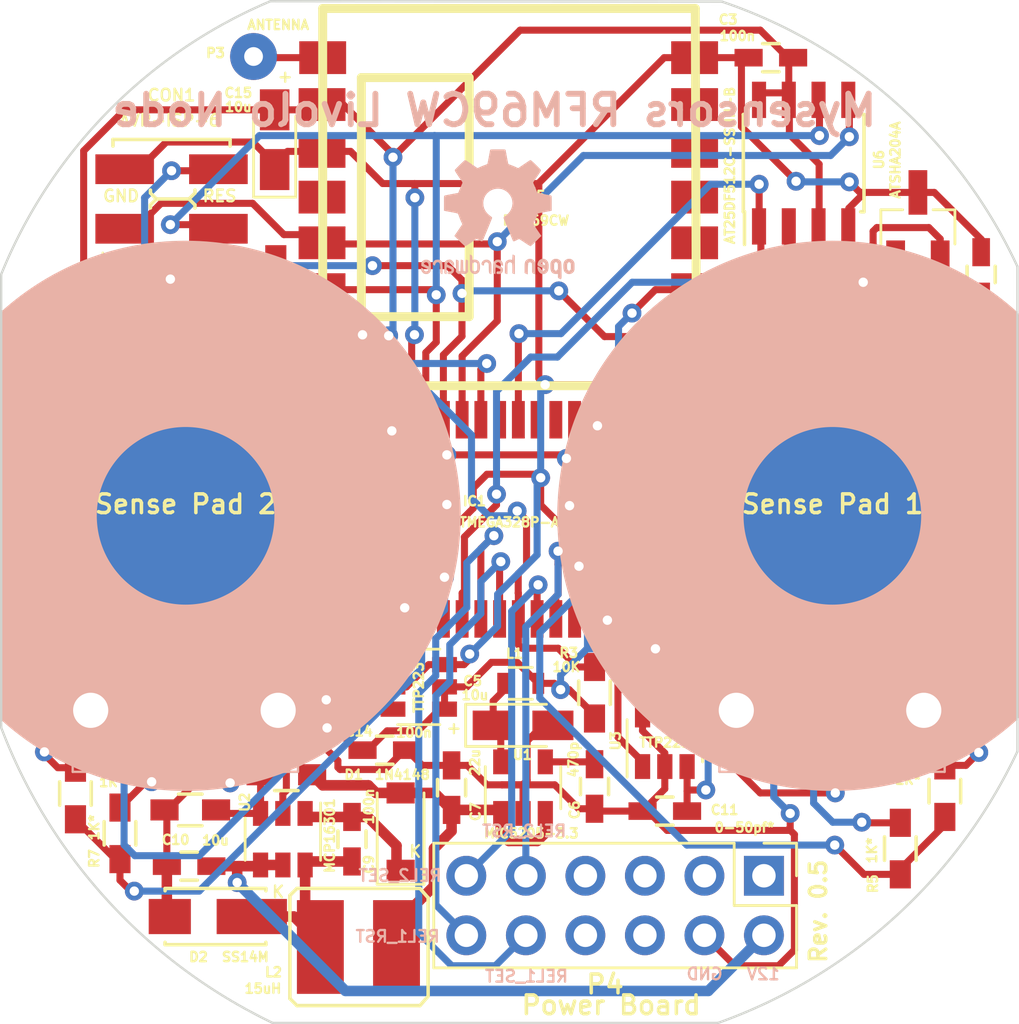
<source format=kicad_pcb>
(kicad_pcb (version 20170123) (host pcbnew no-vcs-found-4f2ed1b~58~ubuntu16.04.1)
  (layers (0 F.Cu signal) (31 B.Cu signal) (34 B.Paste user) (35 F.Paste user) (36 B.SilkS user) (37 F.SilkS user) (38 B.Mask user) (39 F.Mask user) (44 Edge.Cuts user))
  (net 0 "")
  (net 1 +3V3)
  (net 2 GND)
  (net 3 "Net-(C4-Pad2)")
  (net 4 "Net-(C6-Pad1)")
  (net 5 "Net-(C7-Pad1)")
  (net 6 /RESET)
  (net 7 "Net-(C9-Pad2)")
  (net 8 "Net-(C9-Pad1)")
  (net 9 /12Vcc)
  (net 10 "Net-(C11-Pad1)")
  (net 11 "Net-(C12-Pad1)")
  (net 12 /MISO)
  (net 13 /SCK)
  (net 14 /MOSI)
  (net 15 "Net-(D3-Pad2)")
  (net 16 "Net-(D4-Pad1)")
  (net 17 "Net-(D5-Pad1)")
  (net 18 "Net-(D6-Pad2)")
  (net 19 /INT)
  (net 20 /TS2)
  (net 21 /S2_LEDs)
  (net 22 /TS1)
  (net 23 /S1_LEDs)
  (net 24 "Net-(P3-Pad1)")
  (net 25 "Net-(R1-Pad1)")
  (net 26 /Relay2_Reset)
  (net 27 /Relay1_Reset)
  (net 28 /Relay2_Set)
  (net 29 /Relay1_Set)
  (net 30 /ATSHA204A)
  (net 31 /RADIO_SS)
  (net 32 /FLASH_SS)
  (net 33 "Net-(C5-Pad1)")
  (module myfootprints:Livolo_EU_SW_2_Channel_1Way_Frame_VL-C700X-1_Ver_B8 (layer F.Cu) (at 143.125 91.975)
    (fp_text reference REF** hide)
    (fp_text value Livolo_EU_SW_2Ways_Frame hide)
    (fp_line (start -22.34 9.21) (end -22.34 9.21) (layer Edge.Cuts) (width 0.1))
    (fp_line (start -22.339634 9.205351) (end -22.339634 9.205351) (layer Edge.Cuts) (width 0.1))
  )
  (module myfootprints:AVR_ISP_SMT_Small_02x03 (layer F.Cu) (at 128.05 79.9 90)
    (fp_text reference CON1 (at 5.7 0) (layer F.SilkS) (effects (font (size 0.5 0.5) (thickness 0.1))))
    (fp_text value AVR-ISP-6 (at 4.625 -0.075 180) (layer F.SilkS) (effects (font (size 0.5 0.5) (thickness 0.1))))
    (pad 2 smd rect (at -2.54 -2 90) (size 1.27 2.5) (layers F.Cu F.Paste F.Mask) (net 1 +3V3))
    (pad 4 smd rect (at 0 -2 90) (size 1.27 2.5) (layers F.Cu F.Paste F.Mask) (net 14 /MOSI))
    (pad 6 smd rect (at 2.54 -2 90) (size 1.27 2.5) (layers F.Cu F.Paste F.Mask) (net 2 GND))
    (pad 5 smd rect (at 2.54 2 90) (size 1.27 2.5) (layers F.Cu F.Paste F.Mask) (net 6 /RESET))
    (pad 3 smd rect (at 0 2 90) (size 1.27 2.5) (layers F.Cu F.Paste F.Mask) (net 13 /SCK))
    (pad 1 smd rect (at -2.5 2 90) (size 1.27 2.5) (layers F.Cu F.Paste F.Mask) (net 12 /MISO))
  )
  (module Capacitors_Tantalum_SMD:CP_Tantalum_Case-R_EIA-2012-12_Wave (layer F.Cu) (at 143.05 101.092)
    (fp_text reference C5 (at -2.15 -1.892) (layer F.SilkS) (effects (font (size 0.4 0.4) (thickness 0.1))))
    (fp_text value 10u (at -2.05 -1.292) (layer F.SilkS) (effects (font (size 0.4 0.4) (thickness 0.1))))
    (pad 1 smd rect (at -1.275 0) (size 1.75 1.26) (layers F.Cu F.Paste F.Mask) (net 33 "Net-(C5-Pad1)"))
    (pad 2 smd rect (at 1.275 0) (size 1.75 1.26) (layers F.Cu F.Paste F.Mask) (net 2 GND))
  )
  (module myfootprints:touch_pad_16mm (layer F.Cu) (at 156.25 92.15)
    (fp_text reference P1 hide)
    (fp_text value "Sense Pad 1" (at 0 -0.5) (layer F.SilkS) (effects (font (size 0.8 0.8))))
    (pad 1 smd circle (at 0 0) (size 15.5 15.5) (layers B.Cu) (net 10 "Net-(C11-Pad1)"))
  )
  (module myfootprints:touch_pad_16mm (layer F.Cu) (at 128.65 92.15)
    (fp_text reference P2 hide)
    (fp_text value "Sense Pad 2" (at 0 -0.5) (layer F.SilkS) (effects (font (size 0.8 0.8))))
    (pad 1 smd circle (at 0 0) (size 15.5 15.5) (layers B.Cu) (net 11 "Net-(C12-Pad1)"))
  )
  (module Resistors_SMD:R_0603_HandSoldering (layer F.Cu) (at 159.766 83.312 180)
    (fp_text reference R10 (at 0.866 -1.238 180) (layer F.SilkS) (effects (font (size 0.4 0.4) (thickness 0.1))))
    (fp_text value 1K (at -0.762 -1.27 180) (layer F.SilkS) (effects (font (size 0.4 0.4) (thickness 0.1))))
    (pad 1 smd rect (at -1.1 0 180) (size 1.2 0.9) (layers F.Cu F.Paste F.Mask) (net 1 +3V3))
    (pad 2 smd rect (at 1.1 0 180) (size 1.2 0.9) (layers F.Cu F.Paste F.Mask) (net 30 /ATSHA204A))
  )
  (module Symbols:OSHW-Logo2_7.3x6mm_SilkScreen (layer B.Cu) (at 141.975 79.275 180)
    (fp_text reference REF*** hide)
    (fp_text value OSHW-Logo2_7.3x6mm_SilkScreen hide)
  )
  (module myfootprints:VLCF4020T-150MR68 (layer F.Cu) (at 135.9 110.55 270)
    (fp_text reference L2 (at 1.075 3.5) (layer F.SilkS) (effects (font (size 0.4 0.4) (thickness 0.1))))
    (fp_text value 15uH (at 1.775 3.95) (layer F.SilkS) (effects (font (size 0.4 0.4) (thickness 0.1))))
    (pad 2 smd rect (at 0 1.5 270) (size 4 2) (layers F.Cu F.Paste F.Mask) (net 7 "Net-(C9-Pad2)"))
    (pad 1 smd rect (at 0 -1.75 270) (size 4 2) (layers F.Cu F.Paste F.Mask) (net 5 "Net-(C7-Pad1)"))
  )
  (module Capacitors_SMD:C_0603_HandSoldering (layer F.Cu) (at 153.625 72.6)
    (fp_text reference C3 (at -1.825 -1.625 180) (layer F.SilkS) (effects (font (size 0.4 0.4) (thickness 0.1))))
    (fp_text value 100n (at -1.425 -0.925 180) (layer F.SilkS) (effects (font (size 0.4 0.4) (thickness 0.1))))
    (pad 1 smd rect (at -0.95 0) (size 1.2 0.75) (layers F.Cu F.Paste F.Mask) (net 2 GND))
    (pad 2 smd rect (at 0.95 0) (size 1.2 0.75) (layers F.Cu F.Paste F.Mask) (net 1 +3V3))
  )
  (module Pin_Headers:Pin_Header_Straight_2x06_Pitch2.54mm (layer F.Cu) (at 153.33 107.51 270)
    (fp_text reference P4 (at 4.631 6.78 180) (layer F.SilkS) (effects (font (size 0.8 0.8))))
    (fp_text value "Power Board" (at 5.52 6.518 180) (layer F.SilkS) (effects (font (size 0.8 0.8))))
    (pad 1 thru_hole rect (at 0 0 270) (size 1.7 1.7) (drill 1) (layers *.Cu *.Mask))
    (pad 2 thru_hole oval (at 2.54 0 270) (size 1.7 1.7) (drill 1) (layers *.Cu *.Mask) (net 9 /12Vcc))
    (pad 3 thru_hole oval (at 0 2.54 270) (size 1.7 1.7) (drill 1) (layers *.Cu *.Mask))
    (pad 4 thru_hole oval (at 2.54 2.54 270) (size 1.7 1.7) (drill 1) (layers *.Cu *.Mask) (net 2 GND))
    (pad 5 thru_hole oval (at 0 5.08 270) (size 1.7 1.7) (drill 1) (layers *.Cu *.Mask))
    (pad 6 thru_hole oval (at 2.54 5.08 270) (size 1.7 1.7) (drill 1) (layers *.Cu *.Mask))
    (pad 7 thru_hole oval (at 0 7.62 270) (size 1.7 1.7) (drill 1) (layers *.Cu *.Mask))
    (pad 8 thru_hole oval (at 2.54 7.62 270) (size 1.7 1.7) (drill 1) (layers *.Cu *.Mask))
    (pad 9 thru_hole oval (at 0 10.16 270) (size 1.7 1.7) (drill 1) (layers *.Cu *.Mask) (net 26 /Relay2_Reset))
    (pad 10 thru_hole oval (at 2.54 10.16 270) (size 1.7 1.7) (drill 1) (layers *.Cu *.Mask) (net 29 /Relay1_Set))
    (pad 11 thru_hole oval (at 0 12.7 270) (size 1.7 1.7) (drill 1) (layers *.Cu *.Mask) (net 28 /Relay2_Set))
    (pad 12 thru_hole oval (at 2.54 12.7 270) (size 1.7 1.7) (drill 1) (layers *.Cu *.Mask) (net 27 /Relay1_Reset))
  )
  (module myfootprints:hole_1.5mm (layer F.Cu) (at 152.15 100.45)
    (fp_text reference REF** hide)
    (fp_text value hole_1.5mm hide)
    (pad "" np_thru_hole circle (at 0 0) (size 1.5 1.5) (drill 1.5) (layers *.Cu *.Mask))
  )
  (module myfootprints:hole_1.5mm (layer F.Cu) (at 160.15 100.45)
    (fp_text reference REF** hide)
    (fp_text value hole_1.5mm hide)
    (pad "" np_thru_hole circle (at 0 0) (size 1.5 1.5) (drill 1.5) (layers *.Cu *.Mask))
  )
  (module myfootprints:hole_1.5mm (layer F.Cu) (at 132.6 100.45)
    (fp_text reference REF** hide)
    (fp_text value hole_1.5mm hide)
    (pad "" np_thru_hole circle (at 0 0) (size 1.5 1.5) (drill 1.5) (layers *.Cu *.Mask))
  )
  (module myfootprints:hole_1.5mm (layer F.Cu) (at 124.6 100.45)
    (fp_text reference REF** hide)
    (fp_text value hole_1.5mm hide)
    (pad "" np_thru_hole circle (at 0 0) (size 1.5 1.5) (drill 1.5) (layers *.Cu *.Mask))
  )
  (module Capacitors_SMD:C_0402 (layer F.Cu) (at 137.15 96.9)
    (fp_text reference C4 (at -1.75 -1.35 180) (layer F.SilkS) (effects (font (size 0.4 0.4) (thickness 0.1))))
    (fp_text value 100n (at -1.3 -0.65 180) (layer F.SilkS) (effects (font (size 0.4 0.4) (thickness 0.1))))
    (pad 1 smd rect (at -0.55 0) (size 0.6 0.5) (layers F.Cu F.Paste F.Mask) (net 2 GND))
    (pad 2 smd rect (at 0.55 0) (size 0.6 0.5) (layers F.Cu F.Paste F.Mask) (net 3 "Net-(C4-Pad2)"))
  )
  (module Capacitors_SMD:C_0402 (layer F.Cu) (at 137.35 87.5 180)
    (fp_text reference C2 (at 1.5 0.275 180) (layer F.SilkS) (effects (font (size 0.4 0.4) (thickness 0.1))))
    (fp_text value 100n (at 1.85 -0.4 180) (layer F.SilkS) (effects (font (size 0.4 0.4) (thickness 0.1))))
    (pad 1 smd rect (at -0.55 0 180) (size 0.6 0.5) (layers F.Cu F.Paste F.Mask) (net 2 GND))
    (pad 2 smd rect (at 0.55 0 180) (size 0.6 0.5) (layers F.Cu F.Paste F.Mask) (net 1 +3V3))
  )
  (module Capacitors_SMD:C_0402 (layer F.Cu) (at 147.5 87.5)
    (fp_text reference C1 (at 1.525 -0.3) (layer F.SilkS) (effects (font (size 0.4 0.4) (thickness 0.1))))
    (fp_text value 100n (at 1.95 0.375) (layer F.SilkS) (effects (font (size 0.4 0.4) (thickness 0.1))))
    (pad 1 smd rect (at -0.55 0) (size 0.6 0.5) (layers F.Cu F.Paste F.Mask) (net 1 +3V3))
    (pad 2 smd rect (at 0.55 0) (size 0.6 0.5) (layers F.Cu F.Paste F.Mask) (net 2 GND))
  )
  (module Capacitors_SMD:C_0603_HandSoldering (layer F.Cu) (at 128.8 107.1 180)
    (fp_text reference C10 (at 0.575 1.125 180) (layer F.SilkS) (effects (font (size 0.4 0.4) (thickness 0.1))))
    (fp_text value 10u (at -1.125 1.1 180) (layer F.SilkS) (effects (font (size 0.4 0.4) (thickness 0.1))))
    (pad 1 smd rect (at -0.95 0 180) (size 1.2 0.75) (layers F.Cu F.Paste F.Mask) (net 9 /12Vcc))
    (pad 2 smd rect (at 0.95 0 180) (size 1.2 0.75) (layers F.Cu F.Paste F.Mask) (net 2 GND))
  )
  (module Capacitors_SMD:C_0603_HandSoldering (layer F.Cu) (at 140 103.75 90)
    (fp_text reference C7 (at -1.025 1.025 90) (layer F.SilkS) (effects (font (size 0.4 0.4) (thickness 0.1))))
    (fp_text value 22u (at 1.075 1 270) (layer F.SilkS) (effects (font (size 0.4 0.4) (thickness 0.1))))
    (pad 1 smd rect (at -0.95 0 90) (size 1.2 0.75) (layers F.Cu F.Paste F.Mask) (net 5 "Net-(C7-Pad1)"))
    (pad 2 smd rect (at 0.95 0 90) (size 1.2 0.75) (layers F.Cu F.Paste F.Mask) (net 2 GND))
  )
  (module myfootprints:SS14M (layer F.Cu) (at 129.475 109.25 180)
    (fp_text reference D2 (at 0.275 -1.725 180) (layer F.SilkS) (effects (font (size 0.4 0.4) (thickness 0.1))))
    (fp_text value SS14M (at -1.725 -1.725 180) (layer F.SilkS) (effects (font (size 0.4 0.4) (thickness 0.1))))
    (pad 2 smd rect (at 1.5 0 180) (size 1.8 1.5) (layers F.Cu F.Paste F.Mask) (net 2 GND))
    (pad 1 smd rect (at -2 0 180) (size 3 1.5) (layers F.Cu F.Paste F.Mask) (net 7 "Net-(C9-Pad2)"))
  )
  (module Capacitors_SMD:C_0603_HandSoldering (layer F.Cu) (at 146.1 103.7 270)
    (fp_text reference C6 (at 1 0.85 270) (layer F.SilkS) (effects (font (size 0.4 0.4) (thickness 0.1))))
    (fp_text value 470p (at -1.15 0.9 270) (layer F.SilkS) (effects (font (size 0.4 0.4) (thickness 0.1))))
    (pad 2 smd rect (at 0.95 0 270) (size 1.2 0.75) (layers F.Cu F.Paste F.Mask) (net 2 GND))
    (pad 1 smd rect (at -0.95 0 270) (size 1.2 0.75) (layers F.Cu F.Paste F.Mask) (net 4 "Net-(C6-Pad1)"))
  )
  (module Capacitors_SMD:C_0603_HandSoldering (layer F.Cu) (at 135.75 105.95 270)
    (fp_text reference C9 (at 1.075 -0.725 90) (layer F.SilkS) (effects (font (size 0.4 0.4) (thickness 0.1))))
    (fp_text value 100n (at -1.4 -0.725 90) (layer F.SilkS) (effects (font (size 0.4 0.4) (thickness 0.1))))
    (pad 2 smd rect (at 0.95 0 270) (size 1.2 0.75) (layers F.Cu F.Paste F.Mask) (net 7 "Net-(C9-Pad2)"))
    (pad 1 smd rect (at -0.95 0 270) (size 1.2 0.75) (layers F.Cu F.Paste F.Mask) (net 8 "Net-(C9-Pad1)"))
  )
  (module Capacitors_SMD:C_0603_HandSoldering (layer F.Cu) (at 149.1 104.75 180)
    (fp_text reference C11 (at -2.55 0.05 180) (layer F.SilkS) (effects (font (size 0.4 0.4) (thickness 0.1))))
    (fp_text value 0-50pf* (at -3.4 -0.7 180) (layer F.SilkS) (effects (font (size 0.4 0.4) (thickness 0.1))))
    (pad 1 smd rect (at -0.95 0 180) (size 1.2 0.75) (layers F.Cu F.Paste F.Mask) (net 10 "Net-(C11-Pad1)"))
    (pad 2 smd rect (at 0.95 0 180) (size 1.2 0.75) (layers F.Cu F.Paste F.Mask) (net 2 GND))
  )
  (module Capacitors_SMD:C_0603_HandSoldering (layer F.Cu) (at 135.7 99.35 90)
    (fp_text reference C12 (at 0.525 -1.95 90) (layer F.SilkS) (effects (font (size 0.4 0.4) (thickness 0.1))))
    (fp_text value 0-50pf* (at 1.4 -1.125 90) (layer F.SilkS) (effects (font (size 0.4 0.4) (thickness 0.1))))
    (pad 1 smd rect (at -0.95 0 90) (size 1.2 0.75) (layers F.Cu F.Paste F.Mask) (net 11 "Net-(C12-Pad1)"))
    (pad 2 smd rect (at 0.95 0 90) (size 1.2 0.75) (layers F.Cu F.Paste F.Mask) (net 2 GND))
  )
  (module Capacitors_SMD:C_0603_HandSoldering (layer F.Cu) (at 149.1 98.9 180)
    (fp_text reference C13 (at -0.925 1.825 180) (layer F.SilkS) (effects (font (size 0.4 0.4) (thickness 0.1))))
    (fp_text value 100n (at -1.125 1.075 180) (layer F.SilkS) (effects (font (size 0.4 0.4) (thickness 0.1))))
    (pad 2 smd rect (at 0.95 0 180) (size 1.2 0.75) (layers F.Cu F.Paste F.Mask) (net 2 GND))
    (pad 1 smd rect (at -0.95 0 180) (size 1.2 0.75) (layers F.Cu F.Paste F.Mask) (net 1 +3V3))
  )
  (module Capacitors_SMD:C_0603_HandSoldering (layer F.Cu) (at 137.15 102.15)
    (fp_text reference C14 (at -1.1 -0.8 180) (layer F.SilkS) (effects (font (size 0.4 0.4) (thickness 0.1))))
    (fp_text value 100n (at 1.25 -0.75) (layer F.SilkS) (effects (font (size 0.4 0.4) (thickness 0.1))))
    (pad 2 smd rect (at 0.95 0) (size 1.2 0.75) (layers F.Cu F.Paste F.Mask) (net 2 GND))
    (pad 1 smd rect (at -0.95 0) (size 1.2 0.75) (layers F.Cu F.Paste F.Mask) (net 1 +3V3))
  )
  (module Diodes_SMD:SOD-123 (layer F.Cu) (at 137.825 105.625 90)
    (fp_text reference D1 (at 2.425 -2 180) (layer F.SilkS) (effects (font (size 0.4 0.4) (thickness 0.1))))
    (fp_text value 1N4148 (at 2.425 0.075) (layer F.SilkS) (effects (font (size 0.4 0.4) (thickness 0.1))))
    (pad 2 smd rect (at 1.65 0 90) (size 0.9 1.2) (layers F.Cu F.Paste F.Mask) (net 5 "Net-(C7-Pad1)"))
    (pad 1 smd rect (at -1.65 0 90) (size 0.9 1.2) (layers F.Cu F.Paste F.Mask) (net 8 "Net-(C9-Pad1)"))
  )
  (module Diodes_SMD:D_0603 (layer B.Cu) (at 130.5 102.15 180)
    (fp_text reference D3 (at -0.9 1.05 180) (layer B.SilkS) (effects (font (size 0.4 0.4) (thickness 0.1)) (justify mirror)))
    (fp_text value Blue (at 0.6 1.05 180) (layer B.SilkS) (effects (font (size 0.4 0.4) (thickness 0.1)) (justify mirror)))
    (pad 2 smd rect (at 0.85 0 180) (size 0.6 0.8) (layers B.Cu B.Paste B.Mask) (net 15 "Net-(D3-Pad2)"))
    (pad 1 smd rect (at -0.85 0 180) (size 0.6 0.8) (layers B.Cu B.Paste B.Mask) (net 2 GND))
  )
  (module Diodes_SMD:D_0603 (layer B.Cu) (at 126.85 102.15)
    (fp_text reference D4 (at 0.9 -1.05) (layer B.SilkS) (effects (font (size 0.4 0.4) (thickness 0.1)) (justify mirror)))
    (fp_text value Red (at -0.6 -1.05) (layer B.SilkS) (effects (font (size 0.4 0.4) (thickness 0.1)) (justify mirror)))
    (pad 1 smd rect (at -0.85 0) (size 0.6 0.8) (layers B.Cu B.Paste B.Mask) (net 16 "Net-(D4-Pad1)"))
    (pad 2 smd rect (at 0.85 0) (size 0.6 0.8) (layers B.Cu B.Paste B.Mask) (net 1 +3V3))
  )
  (module Diodes_SMD:D_0603 (layer B.Cu) (at 157.95 102.15 180)
    (fp_text reference D5 (at -0.85 1.05 180) (layer B.SilkS) (effects (font (size 0.4 0.4) (thickness 0.1)) (justify mirror)))
    (fp_text value Red (at 0.65 1.05 180) (layer B.SilkS) (effects (font (size 0.4 0.4) (thickness 0.1)) (justify mirror)))
    (pad 1 smd rect (at -0.85 0 180) (size 0.6 0.8) (layers B.Cu B.Paste B.Mask) (net 17 "Net-(D5-Pad1)"))
    (pad 2 smd rect (at 0.85 0 180) (size 0.6 0.8) (layers B.Cu B.Paste B.Mask) (net 1 +3V3))
  )
  (module Diodes_SMD:D_0603 (layer B.Cu) (at 154.6 102.15)
    (fp_text reference D6 (at 1 -1.05) (layer B.SilkS) (effects (font (size 0.4 0.4) (thickness 0.1)) (justify mirror)))
    (fp_text value Blue (at -0.6 -1.05) (layer B.SilkS) (effects (font (size 0.4 0.4) (thickness 0.1)) (justify mirror)))
    (pad 2 smd rect (at 0.85 0) (size 0.6 0.8) (layers B.Cu B.Paste B.Mask) (net 18 "Net-(D6-Pad2)"))
    (pad 1 smd rect (at -0.85 0) (size 0.6 0.8) (layers B.Cu B.Paste B.Mask) (net 2 GND))
  )
  (module Housings_QFP:TQFP-32_7x7mm_Pitch0.8mm (layer F.Cu) (at 142.45 92.3 180)
    (fp_text reference IC1 (at 1.475 0.775) (layer F.SilkS) (effects (font (size 0.4 0.4) (thickness 0.1))))
    (fp_text value ATMEGA328P-AU (at -0.05 -0.125) (layer F.SilkS) (effects (font (size 0.4 0.4) (thickness 0.1))))
    (pad 32 smd rect (at -2.8 -4.25 270) (size 1.6 0.55) (layers F.Cu F.Paste F.Mask) (net 19 /INT))
    (pad 31 smd rect (at -2 -4.25 270) (size 1.6 0.55) (layers F.Cu F.Paste F.Mask) (net 26 /Relay2_Reset))
    (pad 30 smd rect (at -1.2 -4.25 270) (size 1.6 0.55) (layers F.Cu F.Paste F.Mask) (net 28 /Relay2_Set))
    (pad 29 smd rect (at -0.4 -4.25 270) (size 1.6 0.55) (layers F.Cu F.Paste F.Mask) (net 6 /RESET))
    (pad 28 smd rect (at 0.4 -4.25 270) (size 1.6 0.55) (layers F.Cu F.Paste F.Mask) (net 27 /Relay1_Reset))
    (pad 27 smd rect (at 1.2 -4.25 270) (size 1.6 0.55) (layers F.Cu F.Paste F.Mask) (net 29 /Relay1_Set))
    (pad 26 smd rect (at 2 -4.25 270) (size 1.6 0.55) (layers F.Cu F.Paste F.Mask) (net 30 /ATSHA204A))
    (pad 25 smd rect (at 2.8 -4.25 270) (size 1.6 0.55) (layers F.Cu F.Paste F.Mask))
    (pad 24 smd rect (at 4.25 -2.8 180) (size 1.6 0.55) (layers F.Cu F.Paste F.Mask) (net 20 /TS2))
    (pad 23 smd rect (at 4.25 -2 180) (size 1.6 0.55) (layers F.Cu F.Paste F.Mask) (net 21 /S2_LEDs))
    (pad 22 smd rect (at 4.25 -1.2 180) (size 1.6 0.55) (layers F.Cu F.Paste F.Mask))
    (pad 21 smd rect (at 4.25 -0.4 180) (size 1.6 0.55) (layers F.Cu F.Paste F.Mask) (net 2 GND))
    (pad 20 smd rect (at 4.25 0.4 180) (size 1.6 0.55) (layers F.Cu F.Paste F.Mask) (net 3 "Net-(C4-Pad2)"))
    (pad 19 smd rect (at 4.25 1.2 180) (size 1.6 0.55) (layers F.Cu F.Paste F.Mask))
    (pad 18 smd rect (at 4.25 2 180) (size 1.6 0.55) (layers F.Cu F.Paste F.Mask) (net 1 +3V3))
    (pad 17 smd rect (at 4.25 2.8 180) (size 1.6 0.55) (layers F.Cu F.Paste F.Mask) (net 13 /SCK))
    (pad 16 smd rect (at 2.8 4.25 270) (size 1.6 0.55) (layers F.Cu F.Paste F.Mask) (net 12 /MISO))
    (pad 15 smd rect (at 2 4.25 270) (size 1.6 0.55) (layers F.Cu F.Paste F.Mask) (net 14 /MOSI))
    (pad 14 smd rect (at 1.2 4.25 270) (size 1.6 0.55) (layers F.Cu F.Paste F.Mask) (net 31 /RADIO_SS))
    (pad 13 smd rect (at 0.4 4.25 270) (size 1.6 0.55) (layers F.Cu F.Paste F.Mask))
    (pad 12 smd rect (at -0.4 4.25 270) (size 1.6 0.55) (layers F.Cu F.Paste F.Mask) (net 32 /FLASH_SS))
    (pad 11 smd rect (at -1.2 4.25 270) (size 1.6 0.55) (layers F.Cu F.Paste F.Mask))
    (pad 10 smd rect (at -2 4.25 270) (size 1.6 0.55) (layers F.Cu F.Paste F.Mask))
    (pad 9 smd rect (at -2.8 4.25 270) (size 1.6 0.55) (layers F.Cu F.Paste F.Mask))
    (pad 8 smd rect (at -4.25 2.8 180) (size 1.6 0.55) (layers F.Cu F.Paste F.Mask))
    (pad 7 smd rect (at -4.25 2 180) (size 1.6 0.55) (layers F.Cu F.Paste F.Mask))
    (pad 6 smd rect (at -4.25 1.2 180) (size 1.6 0.55) (layers F.Cu F.Paste F.Mask) (net 1 +3V3))
    (pad 5 smd rect (at -4.25 0.4 180) (size 1.6 0.55) (layers F.Cu F.Paste F.Mask) (net 2 GND))
    (pad 4 smd rect (at -4.25 -0.4 180) (size 1.6 0.55) (layers F.Cu F.Paste F.Mask) (net 1 +3V3))
    (pad 3 smd rect (at -4.25 -1.2 180) (size 1.6 0.55) (layers F.Cu F.Paste F.Mask) (net 2 GND))
    (pad 2 smd rect (at -4.25 -2 180) (size 1.6 0.55) (layers F.Cu F.Paste F.Mask) (net 23 /S1_LEDs))
    (pad 1 smd rect (at -4.25 -2.8 180) (size 1.6 0.55) (layers F.Cu F.Paste F.Mask) (net 22 /TS1))
  )
  (module Wire_Pads:SolderWirePad_single_0-8mmDrill (layer F.Cu) (at 131.55 72.55)
    (fp_text reference P3 (at -1.625 -0.15) (layer F.SilkS) (effects (font (size 0.4 0.4) (thickness 0.1))))
    (fp_text value ANTENNA (at 1.05 -1.35) (layer F.SilkS) (effects (font (size 0.4 0.4) (thickness 0.1))))
    (pad 1 thru_hole circle (at 0 0) (size 1.99898 1.99898) (drill 0.8001) (layers *.Cu *.Mask) (net 24 "Net-(P3-Pad1)"))
  )
  (module Resistors_SMD:R_0603_HandSoldering (layer F.Cu) (at 132.95 103.2)
    (fp_text reference R1 (at -0.7 -1.15) (layer F.SilkS) (effects (font (size 0.4 0.4) (thickness 0.1))))
    (fp_text value 31K6 (at 1 -1.15) (layer F.SilkS) (effects (font (size 0.4 0.4) (thickness 0.1))))
    (pad 1 smd rect (at -1.1 0) (size 1.2 0.9) (layers F.Cu F.Paste F.Mask) (net 25 "Net-(R1-Pad1)"))
    (pad 2 smd rect (at 1.1 0) (size 1.2 0.9) (layers F.Cu F.Paste F.Mask) (net 5 "Net-(C7-Pad1)"))
  )
  (module Resistors_SMD:R_0603_HandSoldering (layer F.Cu) (at 128.85 104.7)
    (fp_text reference R2 (at -0.75 -1.175) (layer F.SilkS) (effects (font (size 0.4 0.4) (thickness 0.1))))
    (fp_text value 10K (at 0.65 -1.175) (layer F.SilkS) (effects (font (size 0.4 0.4) (thickness 0.1))))
    (pad 2 smd rect (at 1.1 0) (size 1.2 0.9) (layers F.Cu F.Paste F.Mask) (net 25 "Net-(R1-Pad1)"))
    (pad 1 smd rect (at -1.1 0) (size 1.2 0.9) (layers F.Cu F.Paste F.Mask) (net 2 GND))
  )
  (module Resistors_SMD:R_0603_HandSoldering (layer F.Cu) (at 146.1 99.7 90)
    (fp_text reference R3 (at 1.7 -1.1 180) (layer F.SilkS) (effects (font (size 0.4 0.4) (thickness 0.1))))
    (fp_text value 10K (at 1.1 -1.2) (layer F.SilkS) (effects (font (size 0.4 0.4) (thickness 0.1))))
    (pad 1 smd rect (at -1.1 0 90) (size 1.2 0.9) (layers F.Cu F.Paste F.Mask) (net 1 +3V3))
    (pad 2 smd rect (at 1.1 0 90) (size 1.2 0.9) (layers F.Cu F.Paste F.Mask) (net 6 /RESET))
  )
  (module Resistors_SMD:R_0603_HandSoldering (layer F.Cu) (at 132.5 82.3 90)
    (fp_text reference R4 (at -2.35 0.075 180) (layer F.SilkS) (effects (font (size 0.4 0.4) (thickness 0.1))))
    (fp_text value 56K (at -3.125 0.05 180) (layer F.SilkS) (effects (font (size 0.4 0.4) (thickness 0.1))))
    (pad 2 smd rect (at 1.1 0 90) (size 1.2 0.9) (layers F.Cu F.Paste F.Mask) (net 1 +3V3))
    (pad 1 smd rect (at -1.1 0 90) (size 1.2 0.9) (layers F.Cu F.Paste F.Mask) (net 31 /RADIO_SS))
  )
  (module Resistors_SMD:R_0603_HandSoldering (layer F.Cu) (at 159.15 106.35 270)
    (fp_text reference R5 (at 1.5 1.17 270) (layer F.SilkS) (effects (font (size 0.4 0.4) (thickness 0.1))))
    (fp_text value 1K* (at 0.08 1.21 270) (layer F.SilkS) (effects (font (size 0.4 0.4) (thickness 0.1))))
    (pad 1 smd rect (at -1.1 0 270) (size 1.2 0.9) (layers F.Cu F.Paste F.Mask) (net 18 "Net-(D6-Pad2)"))
    (pad 2 smd rect (at 1.1 0 270) (size 1.2 0.9) (layers F.Cu F.Paste F.Mask) (net 23 /S1_LEDs))
  )
  (module Resistors_SMD:R_0603_HandSoldering (layer F.Cu) (at 161.05 103.9 270)
    (fp_text reference R6 (at -1.26 1.75) (layer F.SilkS) (effects (font (size 0.4 0.4) (thickness 0.1))))
    (fp_text value 1K* (at -0.49 1.57) (layer F.SilkS) (effects (font (size 0.4 0.4) (thickness 0.1))))
    (pad 2 smd rect (at 1.1 0 270) (size 1.2 0.9) (layers F.Cu F.Paste F.Mask) (net 23 /S1_LEDs))
    (pad 1 smd rect (at -1.1 0 270) (size 1.2 0.9) (layers F.Cu F.Paste F.Mask) (net 17 "Net-(D5-Pad1)"))
  )
  (module Resistors_SMD:R_0603_HandSoldering (layer F.Cu) (at 125.85 105.7 270)
    (fp_text reference R7 (at 1.075 1.1 270) (layer F.SilkS) (effects (font (size 0.4 0.4) (thickness 0.1))))
    (fp_text value 1K* (at -0.25 1.1 270) (layer F.SilkS) (effects (font (size 0.4 0.4) (thickness 0.1))))
    (pad 1 smd rect (at -1.1 0 270) (size 1.2 0.9) (layers F.Cu F.Paste F.Mask) (net 15 "Net-(D3-Pad2)"))
    (pad 2 smd rect (at 1.1 0 270) (size 1.2 0.9) (layers F.Cu F.Paste F.Mask) (net 21 /S2_LEDs))
  )
  (module Resistors_SMD:R_0603_HandSoldering (layer F.Cu) (at 123.95 104 270)
    (fp_text reference R8 (at -1.28 -1.37) (layer F.SilkS) (effects (font (size 0.4 0.4) (thickness 0.1))))
    (fp_text value 1K* (at -0.49 -1.56) (layer F.SilkS) (effects (font (size 0.4 0.4) (thickness 0.1))))
    (pad 2 smd rect (at 1.1 0 270) (size 1.2 0.9) (layers F.Cu F.Paste F.Mask) (net 21 /S2_LEDs))
    (pad 1 smd rect (at -1.1 0 270) (size 1.2 0.9) (layers F.Cu F.Paste F.Mask) (net 16 "Net-(D4-Pad1)"))
  )
  (module TO_SOT_Packages_SMD:SOT-23-5 (layer F.Cu) (at 143.05 103.75 90)
    (fp_text reference U1 (at 1.4 -0.025 180) (layer F.SilkS) (effects (font (size 0.4 0.4) (thickness 0.1))))
    (fp_text value MIC5205-3.3 (at -1.95 0.35 180) (layer F.SilkS) (effects (font (size 0.4 0.4) (thickness 0.1))))
    (pad 5 smd rect (at 1.1 -0.95 90) (size 1.06 0.65) (layers F.Cu F.Paste F.Mask) (net 33 "Net-(C5-Pad1)"))
    (pad 4 smd rect (at 1.1 0.95 90) (size 1.06 0.65) (layers F.Cu F.Paste F.Mask) (net 4 "Net-(C6-Pad1)"))
    (pad 3 smd rect (at -1.1 0.95 90) (size 1.06 0.65) (layers F.Cu F.Paste F.Mask) (net 5 "Net-(C7-Pad1)"))
    (pad 2 smd rect (at -1.1 0 90) (size 1.06 0.65) (layers F.Cu F.Paste F.Mask) (net 2 GND))
    (pad 1 smd rect (at -1.1 -0.95 90) (size 1.06 0.65) (layers F.Cu F.Paste F.Mask) (net 5 "Net-(C7-Pad1)"))
  )
  (module TO_SOT_Packages_SMD:SOT-23-6 (layer F.Cu) (at 132.8 105.95 270)
    (fp_text reference U2 (at -1.575 1.625 270) (layer F.SilkS) (effects (font (size 0.4 0.4) (thickness 0.1))))
    (fp_text value MCP16301 (at -0.15 -2 270) (layer F.SilkS) (effects (font (size 0.4 0.4) (thickness 0.1))))
    (pad 5 smd rect (at 1.1 0 270) (size 1.06 0.65) (layers F.Cu F.Paste F.Mask) (net 9 /12Vcc))
    (pad 6 smd rect (at 1.1 -0.95 270) (size 1.06 0.65) (layers F.Cu F.Paste F.Mask) (net 7 "Net-(C9-Pad2)"))
    (pad 4 smd rect (at 1.1 0.95 270) (size 1.06 0.65) (layers F.Cu F.Paste F.Mask) (net 9 /12Vcc))
    (pad 3 smd rect (at -1.1 0.95 270) (size 1.06 0.65) (layers F.Cu F.Paste F.Mask) (net 25 "Net-(R1-Pad1)"))
    (pad 2 smd rect (at -1.1 0 270) (size 1.06 0.65) (layers F.Cu F.Paste F.Mask) (net 2 GND))
    (pad 1 smd rect (at -1.1 -0.95 270) (size 1.06 0.65) (layers F.Cu F.Paste F.Mask) (net 8 "Net-(C9-Pad1)"))
  )
  (module TO_SOT_Packages_SMD:SOT-23-6 (layer F.Cu) (at 149.1 101.75 90)
    (fp_text reference U3 (at 0 -2.1 270) (layer F.SilkS) (effects (font (size 0.4 0.4) (thickness 0.1))))
    (fp_text value TTP223 (at -0.075 0) (layer F.SilkS) (effects (font (size 0.4 0.4) (thickness 0.1))))
    (pad 5 smd rect (at 1.1 0 90) (size 1.06 0.65) (layers F.Cu F.Paste F.Mask) (net 1 +3V3))
    (pad 6 smd rect (at 1.1 -0.95 90) (size 1.06 0.65) (layers F.Cu F.Paste F.Mask) (net 2 GND))
    (pad 4 smd rect (at 1.1 0.95 90) (size 1.06 0.65) (layers F.Cu F.Paste F.Mask) (net 1 +3V3))
    (pad 3 smd rect (at -1.1 0.95 90) (size 1.06 0.65) (layers F.Cu F.Paste F.Mask) (net 10 "Net-(C11-Pad1)"))
    (pad 2 smd rect (at -1.1 0 90) (size 1.06 0.65) (layers F.Cu F.Paste F.Mask) (net 2 GND))
    (pad 1 smd rect (at -1.1 -0.95 90) (size 1.06 0.65) (layers F.Cu F.Paste F.Mask) (net 22 /TS1))
  )
  (module TO_SOT_Packages_SMD:SOT-23-6 (layer F.Cu) (at 138.6 99.45)
    (fp_text reference U4 (at -0.05 -2) (layer F.SilkS) (effects (font (size 0.4 0.4) (thickness 0.1))))
    (fp_text value TTP223 (at 0 0.025 90) (layer F.SilkS) (effects (font (size 0.4 0.4) (thickness 0.1))))
    (pad 1 smd rect (at -1.1 -0.95) (size 1.06 0.65) (layers F.Cu F.Paste F.Mask) (net 20 /TS2))
    (pad 2 smd rect (at -1.1 0) (size 1.06 0.65) (layers F.Cu F.Paste F.Mask) (net 2 GND))
    (pad 3 smd rect (at -1.1 0.95) (size 1.06 0.65) (layers F.Cu F.Paste F.Mask) (net 11 "Net-(C12-Pad1)"))
    (pad 4 smd rect (at 1.1 0.95) (size 1.06 0.65) (layers F.Cu F.Paste F.Mask) (net 1 +3V3))
    (pad 6 smd rect (at 1.1 -0.95) (size 1.06 0.65) (layers F.Cu F.Paste F.Mask) (net 2 GND))
    (pad 5 smd rect (at 1.1 0) (size 1.06 0.65) (layers F.Cu F.Paste F.Mask) (net 1 +3V3))
  )
  (module myfootprints:RFM69CW (layer F.Cu) (at 142.45 78.55)
    (fp_text reference U5 (at 1.15 -0.05) (layer F.SilkS) (effects (font (size 0.4 0.4) (thickness 0.1))))
    (fp_text value RFM69CW (at 1.15 1) (layer F.SilkS) (effects (font (size 0.4 0.4) (thickness 0.1))))
    (pad 1 smd rect (at -7.9502 -5.95122) (size 1.99898 1.39954) (layers F.Cu F.Paste F.Mask) (net 24 "Net-(P3-Pad1)"))
    (pad 2 smd rect (at -7.97814 -3.9497) (size 1.99898 1.39954) (layers F.Cu F.Paste F.Mask) (net 1 +3V3))
    (pad 3 smd rect (at -7.97814 -1.95072) (size 1.99898 1.39954) (layers F.Cu F.Paste F.Mask) (net 2 GND))
    (pad 4 smd rect (at -7.97814 0) (size 1.99898 1.39954) (layers F.Cu F.Paste F.Mask))
    (pad 5 smd rect (at -7.97814 1.95072) (size 1.99898 1.39954) (layers F.Cu F.Paste F.Mask) (net 14 /MOSI))
    (pad 6 smd rect (at -7.97814 3.9497) (size 1.99898 1.39954) (layers F.Cu F.Paste F.Mask) (net 13 /SCK))
    (pad 7 smd rect (at -7.97814 5.95122) (size 1.99898 1.39954) (layers F.Cu F.Paste F.Mask) (net 31 /RADIO_SS))
    (pad 8 smd rect (at 7.92226 5.95122) (size 1.99898 1.39954) (layers F.Cu F.Paste F.Mask) (net 12 /MISO))
    (pad 9 smd rect (at 7.92226 3.9497) (size 1.99898 1.39954) (layers F.Cu F.Paste F.Mask) (net 19 /INT))
    (pad 10 smd rect (at 7.92226 1.95072) (size 1.99898 1.39954) (layers F.Cu F.Paste F.Mask))
    (pad 11 smd rect (at 7.92226 0) (size 1.99898 1.39954) (layers F.Cu F.Paste F.Mask))
    (pad 12 smd rect (at 7.92226 -1.95072) (size 1.99898 1.39954) (layers F.Cu F.Paste F.Mask))
    (pad 13 smd rect (at 7.92226 -3.9497) (size 1.99898 1.39954) (layers F.Cu F.Paste F.Mask))
    (pad 14 smd rect (at 7.92226 -5.95122) (size 1.99898 1.39954) (layers F.Cu F.Paste F.Mask) (net 2 GND))
  )
  (module Capacitors_SMD:C_0603_HandSoldering (layer F.Cu) (at 162.6 81.85 270)
    (fp_text reference C16 (at 2.95 0.45 270) (layer F.SilkS) (effects (font (size 0.4 0.4) (thickness 0.1))))
    (fp_text value 100n (at 2.7 -0.3 270) (layer F.SilkS) (effects (font (size 0.4 0.4) (thickness 0.1))))
    (pad 2 smd rect (at 0.95 0 270) (size 1.2 0.75) (layers F.Cu F.Paste F.Mask) (net 1 +3V3))
    (pad 1 smd rect (at -0.95 0 270) (size 1.2 0.75) (layers F.Cu F.Paste F.Mask) (net 2 GND))
  )
  (module Resistors_SMD:R_0603_HandSoldering (layer F.Cu) (at 154.3 81.7 180)
    (fp_text reference R9 (at 0.475 -1.375 180) (layer F.SilkS) (effects (font (size 0.4 0.4) (thickness 0.1))))
    (fp_text value 56K (at -1.05 -1.375 180) (layer F.SilkS) (effects (font (size 0.4 0.4) (thickness 0.1))))
    (pad 2 smd rect (at 1.1 0 180) (size 1.2 0.9) (layers F.Cu F.Paste F.Mask) (net 32 /FLASH_SS))
    (pad 1 smd rect (at -1.1 0 180) (size 1.2 0.9) (layers F.Cu F.Paste F.Mask) (net 1 +3V3))
  )
  (module Housings_SOIC:SOIC-8_3.9x4.9mm_Pitch1.27mm (layer F.Cu) (at 155.025 77.1 90)
    (fp_text reference U6 (at 0.15 3.215 270) (layer F.SilkS) (effects (font (size 0.4 0.4) (thickness 0.1))))
    (fp_text value AT25DF512C-SSHN-B (at -0.1 -3.15 90) (layer F.SilkS) (effects (font (size 0.4 0.4) (thickness 0.1))))
    (pad 8 smd rect (at 2.7 -1.905 90) (size 1.55 0.6) (layers F.Cu F.Paste F.Mask) (net 1 +3V3))
    (pad 7 smd rect (at 2.7 -0.635 90) (size 1.55 0.6) (layers F.Cu F.Paste F.Mask) (net 1 +3V3))
    (pad 6 smd rect (at 2.7 0.635 90) (size 1.55 0.6) (layers F.Cu F.Paste F.Mask) (net 13 /SCK))
    (pad 5 smd rect (at 2.7 1.905 90) (size 1.55 0.6) (layers F.Cu F.Paste F.Mask) (net 14 /MOSI))
    (pad 4 smd rect (at -2.7 1.905 90) (size 1.55 0.6) (layers F.Cu F.Paste F.Mask) (net 2 GND))
    (pad 3 smd rect (at -2.7 0.635 90) (size 1.55 0.6) (layers F.Cu F.Paste F.Mask) (net 1 +3V3))
    (pad 2 smd rect (at -2.7 -0.635 90) (size 1.55 0.6) (layers F.Cu F.Paste F.Mask) (net 12 /MISO))
    (pad 1 smd rect (at -2.7 -1.905 90) (size 1.55 0.6) (layers F.Cu F.Paste F.Mask) (net 32 /FLASH_SS))
  )
  (module TO_SOT_Packages_SMD:SOT-23_Handsoldering (layer F.Cu) (at 159.9 79.85 90)
    (fp_text reference U7 (at -2.625 -8.025 90) (layer F.SilkS) (effects (font (size 0.4 0.4) (thickness 0.1))))
    (fp_text value ATSHA204A (at 2.88 -0.96 270) (layer F.SilkS) (effects (font (size 0.4 0.4) (thickness 0.1))))
    (pad 3 smd rect (at 1.5 0 90) (size 1.9 0.8) (layers F.Cu F.Paste F.Mask) (net 2 GND))
    (pad 2 smd rect (at -1.5 0.95 90) (size 1.9 0.8) (layers F.Cu F.Paste F.Mask) (net 1 +3V3))
    (pad 1 smd rect (at -1.5 -0.95 90) (size 1.9 0.8) (layers F.Cu F.Paste F.Mask) (net 30 /ATSHA204A))
  )
  (module Resistors_SMD:R_0603 (layer F.Cu) (at 142.95 99.3 180)
    (fp_text reference L1 (at 0.266 1.27 180) (layer F.SilkS) (effects (font (size 0.4 0.4) (thickness 0.1))))
    (fp_text value BLM18HE152SN1D hide)
    (pad 2 smd rect (at 0.75 0 180) (size 0.5 0.9) (layers F.Cu F.Paste F.Mask) (net 33 "Net-(C5-Pad1)"))
    (pad 1 smd rect (at -0.75 0 180) (size 0.5 0.9) (layers F.Cu F.Paste F.Mask) (net 1 +3V3))
  )
  (module Capacitors_Tantalum_SMD:CP_Tantalum_Case-R_EIA-2012-12_Wave (layer F.Cu) (at 132.45 76.1 90)
    (fp_text reference C15 (at 2 -1.55 180) (layer F.SilkS) (effects (font (size 0.4 0.4) (thickness 0.1))))
    (fp_text value 10u (at 1.4 -1.55 180) (layer F.SilkS) (effects (font (size 0.4 0.4) (thickness 0.1))))
    (pad 2 smd rect (at 1.275 0 90) (size 1.75 1.26) (layers F.Cu F.Paste F.Mask) (net 1 +3V3))
    (pad 1 smd rect (at -1.275 0 90) (size 1.75 1.26) (layers F.Cu F.Paste F.Mask) (net 2 GND))
  )
  (gr_text REL1_SET (at 143.2 111.8) (layer B.SilkS) (effects (font (size 0.5 0.5) (thickness 0.1)) (justify mirror)))
  (gr_text REL1_RST (at 137.7 110.1) (layer B.SilkS) (effects (font (size 0.5 0.5) (thickness 0.1)) (justify mirror)))
  (gr_text REL2_RST (at 143.1 105.6) (layer B.SilkS) (effects (font (size 0.5 0.5) (thickness 0.1)) (justify mirror)))
  (gr_text REL2_SET (at 137.8 107.5) (layer B.SilkS) (effects (font (size 0.5 0.5) (thickness 0.1)) (justify mirror)))
  (gr_text + (at 140.1 101.2) (layer F.SilkS) (effects (font (size 0.5 0.5) (thickness 0.1))))
  (gr_text + (at 132.9 73.4) (layer F.SilkS) (effects (font (size 0.5 0.5) (thickness 0.1))))
  (gr_line (start 151.369218 113.790782) (end 132.369218 113.790782) (layer Edge.Cuts) (width 0.1))
  (gr_line (start 164.14547 81.508767) (end 164.14547 102.207842) (layer Edge.Cuts) (width 0.1))
  (gr_arc (start 140.555978 89.848333) (end 132.269218 70.190782) (angle -45.11989586) (layer Edge.Cuts) (width 0.1))
  (gr_line (start 132.269218 70.190782) (end 151.536413 70.206986) (layer Edge.Cuts) (width 0.1))
  (gr_line (start 120.779584 101.186133) (end 120.779584 81.849336) (layer Edge.Cuts) (width 0.1))
  (gr_arc (start 143.853696 92.663265) (end 151.369218 113.790782) (angle -45.22767153) (layer Edge.Cuts) (width 0.1))
  (gr_line (start 120.779584 101.186133) (end 120.779584 101.186133) (layer Edge.Cuts) (width 0.1))
  (gr_arc (start 144.673368 90.548543) (end 164.14547 81.508767) (angle -46.45337235) (layer Edge.Cuts) (width 0.1))
  (gr_arc (start 142.31 93.02) (end 120.779584 101.186133) (angle -43.65356519) (layer Edge.Cuts) (width 0.1))
  (gr_text "Rev. 0.5" (at 155.65 109.025 90) (layer F.SilkS) (effects (font (size 0.7 0.7))))
  (gr_text RES (at 130.1 78.5) (layer F.SilkS) (effects (font (size 0.5 0.5) (thickness 0.1))))
  (gr_text SCK (at 130.1 81.2) (layer F.SilkS) (effects (font (size 0.5 0.5) (thickness 0.1))))
  (gr_text MISO (at 130.125 84.35) (layer F.SilkS) (effects (font (size 0.5 0.5) (thickness 0.1))))
  (gr_text GND (at 125.9 78.5) (layer F.SilkS) (effects (font (size 0.5 0.5) (thickness 0.1))))
  (gr_text MOSI (at 125.9 81.2) (layer F.SilkS) (effects (font (size 0.5 0.5) (thickness 0.1))))
  (gr_text 3V3 (at 125.975 84.375) (layer F.SilkS) (effects (font (size 0.5 0.5) (thickness 0.1))))
  (gr_text GND (at 150.8 111.7) (layer B.SilkS) (effects (font (size 0.5 0.5) (thickness 0.1)) (justify mirror)))
  (gr_text 12V (at 153.3 111.7) (layer B.SilkS) (effects (font (size 0.5 0.5) (thickness 0.1)) (justify mirror)))
  (gr_text "Mysensors RFM69CW Livolo Node" (at 141.825 74.85) (layer B.SilkS) (effects (font (size 1.3 1.3) (thickness 0.25)) (justify mirror)))
  (gr_text K (at 159.6 102.6) (layer B.SilkS) (effects (font (size 0.4 0.4) (thickness 0.1)) (justify mirror)))
  (gr_text K (at 152.9 102.65) (layer B.SilkS) (effects (font (size 0.4 0.4) (thickness 0.1)) (justify mirror)))
  (gr_text K (at 125.175 102.675) (layer B.SilkS) (effects (font (size 0.4 0.4) (thickness 0.1)) (justify mirror)))
  (gr_text K (at 132.1 102.6) (layer B.SilkS) (effects (font (size 0.4 0.4) (thickness 0.1)) (justify mirror)))
  (gr_text K (at 138.45 106.475) (layer F.SilkS) (effects (font (size 0.5 0.5) (thickness 0.1))))
  (gr_text K (at 132.6 108.2) (layer F.SilkS) (effects (font (size 0.5 0.5) (thickness 0.1))))
  (segment (start 143.7 99.3) (end 144.385004 99.3) (width 0.3) (layer F.Cu) (net 1))
  (segment (start 144.385004 99.3) (end 144.653004 99.568) (width 0.3) (layer F.Cu) (net 1))
  (segment (start 139.7 99.45) (end 140.65 99.45) (width 0.3) (layer F.Cu) (net 1))
  (segment (start 140.65 99.45) (end 141.700001 98.399999) (width 0.3) (layer F.Cu) (net 1))
  (segment (start 141.700001 98.399999) (end 142.799999 98.399999) (width 0.3) (layer F.Cu) (net 1))
  (segment (start 142.799999 98.399999) (end 143.7 99.3) (width 0.3) (layer F.Cu) (net 1))
  (segment (start 126.05 82.44) (end 125.435 82.44) (width 0.3) (layer F.Cu) (net 1))
  (segment (start 125.435 82.44) (end 124.3 81.305) (width 0.3) (layer F.Cu) (net 1))
  (segment (start 124.3 81.305) (end 124.3 76.575) (width 0.3) (layer F.Cu) (net 1))
  (segment (start 124.3 76.575) (end 126.05 74.825) (width 0.3) (layer F.Cu) (net 1))
  (segment (start 126.05 74.825) (end 132.45 74.825) (width 0.3) (layer F.Cu) (net 1))
  (segment (start 132.45 74.825) (end 134.24716 74.825) (width 0.3) (layer F.Cu) (net 1))
  (segment (start 134.24716 74.825) (end 134.47186 74.6003) (width 0.3) (layer F.Cu) (net 1))
  (segment (start 145.018 99.568) (end 144.653004 99.568) (width 0.3) (layer F.Cu) (net 1))
  (segment (start 146.1 100.65) (end 145.018 99.568) (width 0.3) (layer F.Cu) (net 1))
  (segment (start 144.653004 98.947018) (end 144.653004 99.568) (width 0.3) (layer B.Cu) (net 1))
  (segment (start 145.800022 97.8) (end 144.653004 98.947018) (width 0.3) (layer B.Cu) (net 1))
  (segment (start 146.1 100.8) (end 146.1 100.65) (width 0.3) (layer F.Cu) (net 1))
  (via (at 144.653004 99.568) (size 0.8) (drill 0.4) (layers F.Cu B.Cu) (net 1))
  (segment (start 155.4 81.7) (end 155.4 81.582) (width 0.3) (layer F.Cu) (net 1))
  (segment (start 155.4 81.582) (end 155.448 81.534) (width 0.3) (layer F.Cu) (net 1))
  (segment (start 155.448 81.534) (end 157.017449 81.534) (width 0.3) (layer F.Cu) (net 1))
  (segment (start 160.85 80.332) (end 160.85 81.35) (width 0.3) (layer F.Cu) (net 1))
  (segment (start 157.017449 81.534) (end 157.988 80.563449) (width 0.3) (layer F.Cu) (net 1))
  (segment (start 157.988 80.563449) (end 157.988 80.01) (width 0.3) (layer F.Cu) (net 1))
  (segment (start 157.988 80.01) (end 158.148 79.85) (width 0.3) (layer F.Cu) (net 1))
  (segment (start 158.148 79.85) (end 160.368 79.85) (width 0.3) (layer F.Cu) (net 1))
  (segment (start 160.368 79.85) (end 160.85 80.332) (width 0.3) (layer F.Cu) (net 1))
  (segment (start 157.1 102.15) (end 157.1 103.25) (width 0.3) (layer B.Cu) (net 1))
  (segment (start 150.05 100.855) (end 153.17 103.975) (width 0.3) (layer F.Cu) (net 1))
  (segment (start 150.05 100.65) (end 150.05 100.855) (width 0.3) (layer F.Cu) (net 1))
  (segment (start 157.1 103.25) (end 156.375 103.975) (width 0.3) (layer B.Cu) (net 1))
  (segment (start 153.17 103.975) (end 156.375 103.975) (width 0.3) (layer F.Cu) (net 1))
  (via (at 156.375 103.975) (size 0.8) (drill 0.4) (layers F.Cu B.Cu) (net 1))
  (segment (start 126.024999 106.192827) (end 126.486018 106.653846) (width 0.3) (layer B.Cu) (net 1))
  (segment (start 126.024999 103.466999) (end 126.024999 106.192827) (width 0.3) (layer B.Cu) (net 1))
  (segment (start 127.341998 102.15) (end 126.024999 103.466999) (width 0.3) (layer B.Cu) (net 1))
  (segment (start 136.2 102.15) (end 135.975 102.15) (width 0.3) (layer F.Cu) (net 1))
  (segment (start 134.962499 101.475) (end 134.687489 101.19999) (width 0.3) (layer F.Cu) (net 1))
  (segment (start 129.233633 106.653846) (end 134.687489 101.19999) (width 0.3) (layer B.Cu) (net 1))
  (segment (start 135.975 102.15) (end 135.3 101.475) (width 0.3) (layer F.Cu) (net 1))
  (segment (start 135.3 101.475) (end 134.962499 101.475) (width 0.3) (layer F.Cu) (net 1))
  (via (at 134.687489 101.19999) (size 0.8) (drill 0.4) (layers F.Cu B.Cu) (net 1))
  (segment (start 127.7 102.15) (end 127.341998 102.15) (width 0.3) (layer B.Cu) (net 1))
  (segment (start 126.486018 106.653846) (end 129.233633 106.653846) (width 0.3) (layer B.Cu) (net 1))
  (segment (start 136.8 87.5) (end 136.8 85.390476) (width 0.3) (layer F.Cu) (net 1))
  (segment (start 136.8 87.5) (end 136.8 87.875) (width 0.3) (layer F.Cu) (net 1))
  (segment (start 136.8 87.875) (end 137.325002 88.4) (width 0.3) (layer F.Cu) (net 1))
  (segment (start 146.225009 88.306238) (end 146.225009 88.224991) (width 0.3) (layer F.Cu) (net 1))
  (segment (start 146.225009 88.224991) (end 146.95 87.5) (width 0.3) (layer F.Cu) (net 1))
  (via (at 146.225009 88.306238) (size 0.8) (drill 0.4) (layers F.Cu B.Cu) (net 1))
  (segment (start 146.225009 88.374991) (end 146.225009 88.306238) (width 0.3) (layer B.Cu) (net 1))
  (segment (start 144.9 89.7) (end 146.225009 88.374991) (width 0.3) (layer B.Cu) (net 1))
  (via (at 144.9 89.7) (size 0.8) (drill 0.4) (layers F.Cu B.Cu) (net 1))
  (segment (start 144.9 89.7) (end 144.750002 89.550002) (width 0.3) (layer F.Cu) (net 1))
  (segment (start 144.9 89.7) (end 144.95 89.7) (width 0.3) (layer F.Cu) (net 1))
  (segment (start 144.95 89.7) (end 145.026048 89.776048) (width 0.3) (layer F.Cu) (net 1))
  (segment (start 148.7 97.824982) (end 145.825004 97.824982) (width 0.3) (layer B.Cu) (net 1))
  (segment (start 145.825004 97.824982) (end 145.800022 97.8) (width 0.3) (layer B.Cu) (net 1))
  (segment (start 145.800022 97.8) (end 145.800022 95.948306) (width 0.3) (layer B.Cu) (net 1))
  (segment (start 146.286986 92.969892) (end 145.033547 91.716453) (width 0.3) (layer B.Cu) (net 1))
  (segment (start 146.286986 95.461342) (end 146.286986 92.969892) (width 0.3) (layer B.Cu) (net 1))
  (segment (start 145.800022 95.948306) (end 146.286986 95.461342) (width 0.3) (layer B.Cu) (net 1))
  (segment (start 137.317018 84.873458) (end 137.317018 84.464922) (width 0.3) (layer F.Cu) (net 1))
  (segment (start 137.499998 84.281942) (end 137.317018 84.464922) (width 0.3) (layer B.Cu) (net 1))
  (via (at 137.317018 84.464922) (size 0.8) (drill 0.4) (layers F.Cu B.Cu) (net 1))
  (segment (start 136.8 85.390476) (end 137.317018 84.873458) (width 0.3) (layer F.Cu) (net 1))
  (segment (start 137.499998 76.85) (end 137.499998 84.281942) (width 0.3) (layer B.Cu) (net 1))
  (segment (start 137.325002 88.4) (end 137.45 88.524998) (width 0.3) (layer F.Cu) (net 1))
  (segment (start 146.7 92.7) (end 145.781547 92.7) (width 0.3) (layer F.Cu) (net 1))
  (segment (start 145.781547 92.7) (end 145.05 91.968453) (width 0.3) (layer F.Cu) (net 1))
  (segment (start 145.05 91.968453) (end 145.05 91.732906) (width 0.3) (layer F.Cu) (net 1))
  (segment (start 145.05 91.732906) (end 145.033547 91.716453) (width 0.3) (layer F.Cu) (net 1))
  (segment (start 145.033547 91.057499) (end 145.033547 91.716453) (width 0.3) (layer F.Cu) (net 1))
  (via (at 145.033547 91.716453) (size 0.8) (drill 0.4) (layers F.Cu B.Cu) (net 1))
  (segment (start 145.026048 91.05) (end 145.033547 91.057499) (width 0.3) (layer F.Cu) (net 1))
  (segment (start 139.8 89.550002) (end 139.8 89.775) (width 0.3) (layer F.Cu) (net 1))
  (segment (start 139.8 89.775) (end 139.275 90.3) (width 0.3) (layer F.Cu) (net 1))
  (segment (start 139.275 90.3) (end 138.2 90.3) (width 0.3) (layer F.Cu) (net 1))
  (segment (start 137.499998 76.85) (end 137.5 76.85) (width 0.3) (layer F.Cu) (net 1))
  (segment (start 137.5 76.85) (end 142.925001 71.424999) (width 0.3) (layer F.Cu) (net 1))
  (segment (start 142.925001 71.424999) (end 153.174999 71.424999) (width 0.3) (layer F.Cu) (net 1))
  (segment (start 153.174999 71.424999) (end 154.35 72.6) (width 0.3) (layer F.Cu) (net 1))
  (segment (start 154.35 72.6) (end 154.575 72.6) (width 0.3) (layer F.Cu) (net 1))
  (segment (start 137.499998 76.85) (end 137.499998 76.724998) (width 0.3) (layer F.Cu) (net 1))
  (segment (start 137.499998 76.724998) (end 135.375 74.6) (width 0.3) (layer F.Cu) (net 1))
  (segment (start 135.3747 74.6003) (end 134.47186 74.6003) (width 0.3) (layer F.Cu) (net 1))
  (segment (start 135.375 74.6) (end 135.3747 74.6003) (width 0.3) (layer F.Cu) (net 1))
  (segment (start 160.866 83.312) (end 160.866 81.366) (width 0.3) (layer F.Cu) (net 1))
  (segment (start 160.866 81.366) (end 160.85 81.35) (width 0.3) (layer F.Cu) (net 1))
  (segment (start 160.866 83.312) (end 162.088 83.312) (width 0.3) (layer F.Cu) (net 1))
  (segment (start 162.088 83.312) (end 162.6 82.8) (width 0.3) (layer F.Cu) (net 1))
  (segment (start 154.39 74.4) (end 154.39 72.785) (width 0.3) (layer F.Cu) (net 1))
  (segment (start 154.39 72.785) (end 154.575 72.6) (width 0.3) (layer F.Cu) (net 1))
  (segment (start 125.285 82.44) (end 125.9 82.44) (width 0.3) (layer F.Cu) (net 1))
  (segment (start 125.9 82.44) (end 125.9 81.505) (width 0.3) (layer F.Cu) (net 1))
  (segment (start 125.9 81.505) (end 126.205 81.2) (width 0.3) (layer F.Cu) (net 1))
  (segment (start 126.205 81.2) (end 132.5 81.2) (width 0.3) (layer F.Cu) (net 1))
  (via (at 137.499998 76.85) (size 0.8) (drill 0.4) (layers F.Cu B.Cu) (net 1))
  (segment (start 144.750002 89.550002) (end 139.8 89.550002) (width 0.3) (layer F.Cu) (net 1))
  (segment (start 145.026048 89.776048) (end 145.026048 91.05) (width 0.3) (layer F.Cu) (net 1))
  (segment (start 155.4 81.7) (end 155.7 81.4) (width 0.3) (layer F.Cu) (net 1))
  (segment (start 155.7 81.4) (end 155.7 79.515) (width 0.3) (layer F.Cu) (net 1))
  (segment (start 155.7 79.515) (end 155.685 79.5) (width 0.3) (layer F.Cu) (net 1))
  (segment (start 155.685 77.143002) (end 154.415 75.873002) (width 0.3) (layer F.Cu) (net 1))
  (segment (start 154.415 75.873002) (end 154.415 74.1) (width 0.3) (layer F.Cu) (net 1))
  (segment (start 155.685 79.5) (end 155.685 77.143002) (width 0.3) (layer F.Cu) (net 1))
  (segment (start 146.7 91.1) (end 145.076048 91.1) (width 0.3) (layer F.Cu) (net 1))
  (segment (start 145.076048 91.1) (end 145.026048 91.05) (width 0.3) (layer F.Cu) (net 1))
  (segment (start 153.145 74.1) (end 154.415 74.1) (width 0.3) (layer F.Cu) (net 1))
  (segment (start 148.749982 97.824982) (end 148.7 97.824982) (width 0.3) (layer F.Cu) (net 1))
  (segment (start 149.825 98.9) (end 148.749982 97.824982) (width 0.3) (layer F.Cu) (net 1))
  (via (at 148.7 97.824982) (size 0.8) (drill 0.4) (layers F.Cu B.Cu) (net 1))
  (segment (start 150.05 98.9) (end 149.825 98.9) (width 0.3) (layer F.Cu) (net 1))
  (segment (start 137.45 88.524998) (end 138.774996 88.524998) (width 0.3) (layer B.Cu) (net 1))
  (segment (start 138.774996 88.524998) (end 139.8 89.550002) (width 0.3) (layer B.Cu) (net 1))
  (via (at 139.8 89.550002) (size 0.8) (drill 0.4) (layers F.Cu B.Cu) (net 1))
  (via (at 137.45 88.524998) (size 0.8) (drill 0.4) (layers F.Cu B.Cu) (net 1))
  (segment (start 146.1 100.8) (end 146.1 100.95) (width 0.3) (layer F.Cu) (net 1))
  (segment (start 150.05 100.65) (end 149.1 100.65) (width 0.3) (layer F.Cu) (net 1))
  (segment (start 139.7 100.4) (end 139.7 99.45) (width 0.3) (layer F.Cu) (net 1))
  (segment (start 139.7 100.4) (end 139.495 100.4) (width 0.3) (layer F.Cu) (net 1))
  (segment (start 139.495 100.4) (end 138.570001 101.324999) (width 0.3) (layer F.Cu) (net 1))
  (segment (start 136.425 102.15) (end 136.2 102.15) (width 0.3) (layer F.Cu) (net 1))
  (segment (start 138.570001 101.324999) (end 137.250001 101.324999) (width 0.3) (layer F.Cu) (net 1))
  (segment (start 137.250001 101.324999) (end 136.425 102.15) (width 0.3) (layer F.Cu) (net 1))
  (segment (start 150.05 100.65) (end 150.05 98.9) (width 0.3) (layer F.Cu) (net 1))
  (segment (start 143.802464 90.525717) (end 143.774283 90.525717) (width 0.3) (layer B.Cu) (net 2))
  (segment (start 141.963967 96.858096) (end 140.77376 98.048303) (width 0.3) (layer B.Cu) (net 2))
  (segment (start 143.774283 90.525717) (end 143.65 90.65) (width 0.3) (layer B.Cu) (net 2))
  (segment (start 143.65 93.811498) (end 141.963967 95.497531) (width 0.3) (layer B.Cu) (net 2))
  (segment (start 143.65 90.65) (end 143.65 93.811498) (width 0.3) (layer B.Cu) (net 2))
  (segment (start 141.963967 95.497531) (end 141.963967 96.858096) (width 0.3) (layer B.Cu) (net 2))
  (segment (start 140.77376 98.25624) (end 140.77376 98.048303) (width 0.3) (layer F.Cu) (net 2))
  (segment (start 140.53 98.5) (end 140.77376 98.25624) (width 0.3) (layer F.Cu) (net 2))
  (segment (start 139.7 98.5) (end 140.53 98.5) (width 0.3) (layer F.Cu) (net 2))
  (via (at 140.77376 98.048303) (size 0.8) (drill 0.4) (layers F.Cu B.Cu) (net 2))
  (segment (start 143.030001 103.630001) (end 143.224999 103.435003) (width 0.3) (layer F.Cu) (net 2))
  (segment (start 143.224999 103.435003) (end 143.224999 101.759999) (width 0.3) (layer F.Cu) (net 2))
  (segment (start 143.224999 101.759999) (end 143.892998 101.092) (width 0.3) (layer F.Cu) (net 2))
  (segment (start 143.892998 101.092) (end 144.325 101.092) (width 0.3) (layer F.Cu) (net 2))
  (segment (start 126.05 77.36) (end 126.665 77.36) (width 0.3) (layer F.Cu) (net 2))
  (segment (start 126.665 77.36) (end 127.825 76.2) (width 0.3) (layer F.Cu) (net 2))
  (segment (start 127.825 76.2) (end 131.52 76.2) (width 0.3) (layer F.Cu) (net 2))
  (segment (start 131.52 76.2) (end 132.45 77.13) (width 0.3) (layer F.Cu) (net 2))
  (segment (start 132.45 77.13) (end 132.45 77.375) (width 0.3) (layer F.Cu) (net 2))
  (segment (start 125.9 77.36) (end 126.515 77.36) (width 0.3) (layer F.Cu) (net 2))
  (segment (start 133.00072 76.59928) (end 134.47186 76.59928) (width 0.3) (layer F.Cu) (net 2))
  (segment (start 132.45 76.925) (end 132.45 77.15) (width 0.3) (layer F.Cu) (net 2))
  (segment (start 132.45 77.15) (end 133.00072 76.59928) (width 0.3) (layer F.Cu) (net 2))
  (segment (start 144.405001 103.630001) (end 142.15 103.630001) (width 0.3) (layer F.Cu) (net 2))
  (segment (start 129.2 103.4) (end 130.5 102.1) (width 0.3) (layer F.Cu) (net 2))
  (segment (start 130.5 102.1) (end 132.7 102.1) (width 0.3) (layer F.Cu) (net 2))
  (segment (start 132.7 102.1) (end 132.95 101.85) (width 0.3) (layer F.Cu) (net 2))
  (segment (start 130.549966 103.050034) (end 130.549966 103.549989) (width 0.3) (layer B.Cu) (net 2))
  (segment (start 131.35 102.25) (end 130.549966 103.050034) (width 0.3) (layer B.Cu) (net 2))
  (segment (start 131.35 102.15) (end 131.35 102.25) (width 0.3) (layer B.Cu) (net 2))
  (segment (start 129.349989 103.549989) (end 130.549966 103.549989) (width 0.3) (layer F.Cu) (net 2))
  (segment (start 129.2 103.4) (end 129.349989 103.549989) (width 0.3) (layer F.Cu) (net 2))
  (via (at 130.549966 103.549989) (size 0.8) (drill 0.4) (layers F.Cu B.Cu) (net 2))
  (segment (start 127.9 104.7) (end 129.2 103.4) (width 0.3) (layer F.Cu) (net 2))
  (segment (start 127.75 104.7) (end 127.9 104.7) (width 0.3) (layer F.Cu) (net 2))
  (segment (start 137.5 99.45) (end 138.075 99.45) (width 0.3) (layer F.Cu) (net 2))
  (segment (start 138.075 99.45) (end 139.025 98.5) (width 0.3) (layer F.Cu) (net 2))
  (segment (start 139.025 98.5) (end 139.7 98.5) (width 0.3) (layer F.Cu) (net 2))
  (segment (start 149.1 102.85) (end 149.1 102.275) (width 0.3) (layer F.Cu) (net 2))
  (segment (start 149.1 102.275) (end 148.15 101.325) (width 0.3) (layer F.Cu) (net 2))
  (segment (start 148.15 101.325) (end 148.15 100.65) (width 0.3) (layer F.Cu) (net 2))
  (segment (start 154.45 105.465683) (end 154.45 104.849998) (width 0.3) (layer F.Cu) (net 2))
  (segment (start 153.75 104.149998) (end 154.45 104.849998) (width 0.3) (layer B.Cu) (net 2))
  (via (at 154.45 104.849998) (size 0.8) (drill 0.4) (layers F.Cu B.Cu) (net 2))
  (segment (start 154.399998 105.515685) (end 154.45 105.465683) (width 0.3) (layer F.Cu) (net 2))
  (segment (start 153.75 102.15) (end 153.75 104.149998) (width 0.3) (layer B.Cu) (net 2))
  (segment (start 132.95 101.85) (end 133.15 102.05) (width 0.3) (layer F.Cu) (net 2))
  (segment (start 133.15 102.05) (end 134.60001 102.05) (width 0.3) (layer F.Cu) (net 2))
  (segment (start 134.60001 102.05) (end 135.149999 102.599989) (width 0.3) (layer F.Cu) (net 2))
  (segment (start 135.149999 102.599989) (end 135.149999 102.885001) (width 0.3) (layer F.Cu) (net 2))
  (segment (start 135.149999 102.885001) (end 135.239999 102.975001) (width 0.3) (layer F.Cu) (net 2))
  (segment (start 137.985002 102.15) (end 138.1 102.15) (width 0.3) (layer F.Cu) (net 2))
  (segment (start 135.239999 102.975001) (end 137.160001 102.975001) (width 0.3) (layer F.Cu) (net 2))
  (segment (start 137.160001 102.975001) (end 137.985002 102.15) (width 0.3) (layer F.Cu) (net 2))
  (segment (start 143.725 77.99655) (end 143.725 86.285835) (width 0.3) (layer F.Cu) (net 2))
  (segment (start 143.7 77.97155) (end 143.725 77.99655) (width 0.3) (layer F.Cu) (net 2))
  (segment (start 143.725 86.285835) (end 143.992417 86.553252) (width 0.3) (layer F.Cu) (net 2))
  (segment (start 138.297618 87.252382) (end 138.297618 84.541713) (width 0.3) (layer F.Cu) (net 2))
  (segment (start 137.9 87.65) (end 138.297618 87.252382) (width 0.3) (layer F.Cu) (net 2))
  (segment (start 148.05 87.5) (end 148.05 87.35) (width 0.3) (layer F.Cu) (net 2))
  (segment (start 148.05 87.35) (end 147.253252 86.553252) (width 0.3) (layer F.Cu) (net 2))
  (segment (start 147.253252 86.553252) (end 143.992417 86.553252) (width 0.3) (layer F.Cu) (net 2))
  (segment (start 138.432929 84.406402) (end 138.416234 84.423097) (width 0.3) (layer B.Cu) (net 2))
  (segment (start 138.432929 78.572282) (end 138.432929 84.406402) (width 0.3) (layer B.Cu) (net 2))
  (segment (start 138.297618 84.541713) (end 138.416234 84.423097) (width 0.3) (layer F.Cu) (net 2))
  (via (at 138.416234 84.423097) (size 0.8) (drill 0.4) (layers F.Cu B.Cu) (net 2))
  (segment (start 145.539999 93.425001) (end 146.625001 93.425001) (width 0.3) (layer F.Cu) (net 2))
  (segment (start 143.802464 90.525717) (end 143.802464 91.687466) (width 0.3) (layer F.Cu) (net 2))
  (segment (start 143.802464 91.687466) (end 145.539999 93.425001) (width 0.3) (layer F.Cu) (net 2))
  (segment (start 146.625001 93.425001) (end 146.7 93.5) (width 0.3) (layer F.Cu) (net 2))
  (segment (start 137.063546 77.97155) (end 138.425 77.97155) (width 0.3) (layer F.Cu) (net 2))
  (segment (start 138.425 77.97155) (end 143.7 77.97155) (width 0.3) (layer F.Cu) (net 2))
  (segment (start 138.432929 78.572282) (end 138.432929 77.979479) (width 0.3) (layer F.Cu) (net 2))
  (segment (start 138.432929 77.979479) (end 138.425 77.97155) (width 0.3) (layer F.Cu) (net 2))
  (segment (start 127.35 109.3) (end 127.85 108.8) (width 0.3) (layer F.Cu) (net 2))
  (segment (start 127.85 108.8) (end 127.85 107.1) (width 0.45) (layer F.Cu) (net 2))
  (segment (start 152.369999 75.544997) (end 154.700002 77.875) (width 0.3) (layer F.Cu) (net 2))
  (segment (start 152.369999 72.905001) (end 152.369999 75.544997) (width 0.3) (layer F.Cu) (net 2))
  (segment (start 152.675 72.6) (end 152.369999 72.905001) (width 0.3) (layer F.Cu) (net 2))
  (segment (start 156.974998 77.9) (end 154.725002 77.9) (width 0.3) (layer B.Cu) (net 2))
  (segment (start 154.725002 77.9) (end 154.700002 77.875) (width 0.3) (layer B.Cu) (net 2))
  (via (at 154.700002 77.875) (size 0.8) (drill 0.4) (layers F.Cu B.Cu) (net 2))
  (segment (start 157.424998 78.35) (end 156.974998 77.9) (width 0.3) (layer F.Cu) (net 2))
  (segment (start 157.63 78.35) (end 157.424998 78.35) (width 0.3) (layer F.Cu) (net 2))
  (via (at 156.974998 77.9) (size 0.8) (drill 0.4) (layers F.Cu B.Cu) (net 2))
  (segment (start 150.37226 72.59878) (end 152.67378 72.59878) (width 0.3) (layer F.Cu) (net 2))
  (segment (start 152.67378 72.59878) (end 152.675 72.6) (width 0.3) (layer F.Cu) (net 2))
  (segment (start 147.950001 92.050001) (end 147.950001 93.349999) (width 0.3) (layer F.Cu) (net 2))
  (segment (start 147.950001 93.349999) (end 147.8 93.5) (width 0.3) (layer F.Cu) (net 2))
  (segment (start 146.7 93.5) (end 147.8 93.5) (width 0.3) (layer F.Cu) (net 2))
  (segment (start 147.8 91.9) (end 147.950001 92.050001) (width 0.3) (layer F.Cu) (net 2))
  (segment (start 146.7 91.9) (end 147.8 91.9) (width 0.3) (layer F.Cu) (net 2))
  (segment (start 138.2 92.7) (end 140.053139 92.7) (width 0.3) (layer F.Cu) (net 2))
  (segment (start 140.053139 92.7) (end 140.925 91.828139) (width 0.3) (layer F.Cu) (net 2))
  (segment (start 140.925 91.828139) (end 140.925 90.963954) (width 0.3) (layer F.Cu) (net 2))
  (segment (start 140.925 90.963954) (end 141.513954 90.375) (width 0.3) (layer F.Cu) (net 2))
  (segment (start 143.750717 90.525717) (end 143.802464 90.525717) (width 0.3) (layer F.Cu) (net 2))
  (segment (start 141.513954 90.375) (end 143.6 90.375) (width 0.3) (layer F.Cu) (net 2))
  (segment (start 143.6 90.375) (end 143.750717 90.525717) (width 0.3) (layer F.Cu) (net 2))
  (segment (start 154.434313 105.55) (end 154.399998 105.515685) (width 0.3) (layer F.Cu) (net 2))
  (segment (start 154.434315 105.55) (end 154.434313 105.55) (width 0.3) (layer F.Cu) (net 2))
  (segment (start 154.409314 105.575001) (end 154.434315 105.55) (width 0.3) (layer F.Cu) (net 2))
  (segment (start 149.200001 105.575001) (end 154.409314 105.575001) (width 0.3) (layer F.Cu) (net 2))
  (segment (start 148.375 104.75) (end 149.200001 105.575001) (width 0.3) (layer F.Cu) (net 2))
  (segment (start 148.15 104.75) (end 148.375 104.75) (width 0.3) (layer F.Cu) (net 2))
  (segment (start 135.691276 76.59928) (end 137.063546 77.97155) (width 0.3) (layer F.Cu) (net 2))
  (segment (start 134.47186 76.59928) (end 135.691276 76.59928) (width 0.3) (layer F.Cu) (net 2))
  (via (at 138.432929 78.572282) (size 0.8) (drill 0.4) (layers F.Cu B.Cu) (net 2))
  (segment (start 143.802464 86.743205) (end 143.992417 86.553252) (width 0.3) (layer B.Cu) (net 2))
  (via (at 143.992417 86.553252) (size 0.8) (drill 0.4) (layers F.Cu B.Cu) (net 2))
  (segment (start 143.802464 90.525717) (end 143.802464 86.743205) (width 0.3) (layer B.Cu) (net 2))
  (segment (start 150.79 110.05) (end 152.09 111.35) (width 0.3) (layer F.Cu) (net 2))
  (segment (start 152.09 111.35) (end 153.954001 111.350001) (width 0.3) (layer F.Cu) (net 2))
  (segment (start 153.954001 111.350001) (end 154.630001 110.674001) (width 0.3) (layer F.Cu) (net 2))
  (segment (start 154.630001 110.674001) (end 154.630001 105.745688) (width 0.3) (layer F.Cu) (net 2))
  (segment (start 154.630001 105.745688) (end 154.399998 105.515685) (width 0.3) (layer F.Cu) (net 2))
  (via (at 143.802464 90.525717) (size 0.8) (drill 0.4) (layers F.Cu B.Cu) (net 2))
  (segment (start 146.7 93.5) (end 146.633174 93.433174) (width 0.3) (layer F.Cu) (net 2))
  (segment (start 159.9 78.35) (end 157.63 78.35) (width 0.3) (layer F.Cu) (net 2))
  (segment (start 156.955 79.025) (end 156.955 79.5) (width 0.3) (layer F.Cu) (net 2))
  (segment (start 157.63 78.35) (end 156.955 79.025) (width 0.3) (layer F.Cu) (net 2))
  (segment (start 162.6 80.9) (end 162.6 80.35) (width 0.3) (layer F.Cu) (net 2))
  (segment (start 162.6 80.35) (end 160.6 78.35) (width 0.3) (layer F.Cu) (net 2))
  (segment (start 160.6 78.35) (end 159.9 78.35) (width 0.3) (layer F.Cu) (net 2))
  (segment (start 150.72104 72.25) (end 150.37226 72.59878) (width 0.3) (layer F.Cu) (net 2))
  (segment (start 132.95 103.87) (end 132.95 101.85) (width 0.3) (layer F.Cu) (net 2))
  (segment (start 132.8 104.85) (end 132.8 104.02) (width 0.3) (layer F.Cu) (net 2))
  (segment (start 132.8 104.02) (end 132.95 103.87) (width 0.3) (layer F.Cu) (net 2))
  (segment (start 132.95 101.85) (end 133.800001 100.999999) (width 0.3) (layer F.Cu) (net 2))
  (segment (start 136.6 96.9) (end 136.6 97.5) (width 0.3) (layer F.Cu) (net 2))
  (segment (start 136.6 97.5) (end 135.7 98.4) (width 0.3) (layer F.Cu) (net 2))
  (segment (start 133.800001 99.341995) (end 134.966996 98.175) (width 0.3) (layer F.Cu) (net 2))
  (segment (start 134.966996 98.175) (end 135.7 98.175) (width 0.3) (layer F.Cu) (net 2))
  (segment (start 133.800001 100.999999) (end 133.800001 99.341995) (width 0.3) (layer F.Cu) (net 2))
  (segment (start 135.7 98.175) (end 135.7 98.4) (width 0.3) (layer F.Cu) (net 2))
  (segment (start 150.37226 72.59878) (end 149.07277 72.59878) (width 0.3) (layer F.Cu) (net 2))
  (segment (start 149.07277 72.59878) (end 143.7 77.97155) (width 0.3) (layer F.Cu) (net 2))
  (segment (start 143.05 104.85) (end 143.05 103.65) (width 0.3) (layer F.Cu) (net 2))
  (segment (start 143.05 103.65) (end 143.030001 103.630001) (width 0.3) (layer F.Cu) (net 2))
  (segment (start 143.030001 103.630001) (end 142.15 103.630001) (width 0.3) (layer F.Cu) (net 2))
  (segment (start 140 102.8) (end 138.75 102.8) (width 0.3) (layer F.Cu) (net 2))
  (segment (start 138.75 102.8) (end 138.1 102.15) (width 0.3) (layer F.Cu) (net 2))
  (segment (start 127.85 107.1) (end 127.85 104.8) (width 0.3) (layer F.Cu) (net 2))
  (segment (start 127.85 104.8) (end 127.75 104.7) (width 0.3) (layer F.Cu) (net 2))
  (segment (start 148.15 100.65) (end 148.15 98.9) (width 0.3) (layer F.Cu) (net 2))
  (segment (start 149.1 102.85) (end 149.1 103.8) (width 0.3) (layer F.Cu) (net 2))
  (segment (start 149.1 103.8) (end 148.15 104.75) (width 0.3) (layer F.Cu) (net 2))
  (segment (start 148.15 104.75) (end 146.2 104.75) (width 0.3) (layer F.Cu) (net 2))
  (segment (start 146.2 104.75) (end 146.1 104.65) (width 0.3) (layer F.Cu) (net 2))
  (segment (start 142.15 103.630001) (end 141.505001 103.630001) (width 0.3) (layer F.Cu) (net 2))
  (segment (start 146.1 104.65) (end 145.425 104.65) (width 0.3) (layer F.Cu) (net 2))
  (segment (start 145.425 104.65) (end 144.405001 103.630001) (width 0.3) (layer F.Cu) (net 2))
  (segment (start 141.505001 103.630001) (end 140.675 102.8) (width 0.3) (layer F.Cu) (net 2))
  (segment (start 140.675 102.8) (end 140 102.8) (width 0.3) (layer F.Cu) (net 2))
  (segment (start 139.75 98.55) (end 139.7 98.5) (width 0.3) (layer F.Cu) (net 2))
  (segment (start 137.5 99.45) (end 136.75 99.45) (width 0.3) (layer F.Cu) (net 2))
  (segment (start 136.75 99.45) (end 135.7 98.4) (width 0.3) (layer F.Cu) (net 2))
  (segment (start 139.8 91.667529) (end 138.675 92.792529) (width 0.3) (layer B.Cu) (net 3))
  (segment (start 138.675 92.792529) (end 138.675 95.400012) (width 0.3) (layer B.Cu) (net 3))
  (segment (start 138.675 95.400012) (end 138 96.075012) (width 0.3) (layer B.Cu) (net 3))
  (segment (start 137.724988 96.075012) (end 138 96.075012) (width 0.3) (layer F.Cu) (net 3))
  (segment (start 137.7 96.1) (end 137.724988 96.075012) (width 0.3) (layer F.Cu) (net 3))
  (segment (start 137.7 96.9) (end 137.7 96.1) (width 0.3) (layer F.Cu) (net 3))
  (via (at 138 96.075012) (size 0.8) (drill 0.4) (layers F.Cu B.Cu) (net 3))
  (segment (start 139.567529 91.9) (end 139.8 91.667529) (width 0.3) (layer F.Cu) (net 3))
  (segment (start 138.2 91.9) (end 139.567529 91.9) (width 0.3) (layer F.Cu) (net 3))
  (via (at 139.8 91.667529) (size 0.8) (drill 0.4) (layers F.Cu B.Cu) (net 3))
  (segment (start 144 102.65) (end 146 102.65) (width 0.3) (layer F.Cu) (net 4))
  (segment (start 146 102.65) (end 146.1 102.75) (width 0.3) (layer F.Cu) (net 4))
  (segment (start 140 104.7) (end 140 105.6) (width 0.45) (layer F.Cu) (net 5))
  (segment (start 140 105.6) (end 139.25 106.35) (width 0.45) (layer F.Cu) (net 5))
  (segment (start 139.25 106.35) (end 139.25 107.95) (width 0.45) (layer F.Cu) (net 5))
  (segment (start 139.25 107.95) (end 137.65 109.55) (width 0.45) (layer F.Cu) (net 5))
  (segment (start 137.65 109.55) (end 137.65 110.55) (width 0.3) (layer F.Cu) (net 5))
  (segment (start 134.500012 103.650012) (end 134.05 103.2) (width 0.45) (layer F.Cu) (net 5))
  (segment (start 136.450012 103.650012) (end 134.500012 103.650012) (width 0.45) (layer F.Cu) (net 5))
  (segment (start 136.775 103.975) (end 136.450012 103.650012) (width 0.45) (layer F.Cu) (net 5))
  (segment (start 137.825 103.975) (end 136.775 103.975) (width 0.45) (layer F.Cu) (net 5))
  (segment (start 137.825 103.975) (end 139.275 103.975) (width 0.45) (layer F.Cu) (net 5))
  (segment (start 139.275 103.975) (end 140 104.7) (width 0.45) (layer F.Cu) (net 5))
  (segment (start 137.65 110.7) (end 137.65 109.7) (width 0.45) (layer F.Cu) (net 5))
  (segment (start 144 104.85) (end 144 105.68) (width 0.45) (layer F.Cu) (net 5))
  (segment (start 144 105.68) (end 143.655 106.025) (width 0.45) (layer F.Cu) (net 5))
  (segment (start 143.655 106.025) (end 142.445 106.025) (width 0.45) (layer F.Cu) (net 5))
  (segment (start 142.445 106.025) (end 142.1 105.68) (width 0.45) (layer F.Cu) (net 5))
  (segment (start 142.1 105.68) (end 142.1 104.85) (width 0.45) (layer F.Cu) (net 5))
  (segment (start 140 104.7) (end 141.95 104.7) (width 0.45) (layer F.Cu) (net 5))
  (segment (start 141.95 104.7) (end 142.1 104.85) (width 0.45) (layer F.Cu) (net 5))
  (segment (start 142.85 96.55) (end 142.85 97.65) (width 0.3) (layer F.Cu) (net 6))
  (segment (start 143.000001 97.800001) (end 144.550001 97.800001) (width 0.3) (layer F.Cu) (net 6))
  (segment (start 142.85 97.65) (end 143.000001 97.800001) (width 0.3) (layer F.Cu) (net 6))
  (segment (start 144.550001 97.800001) (end 145.35 98.6) (width 0.3) (layer F.Cu) (net 6))
  (segment (start 145.35 98.6) (end 146.1 98.6) (width 0.3) (layer F.Cu) (net 6))
  (segment (start 142.597071 92.148141) (end 142.79999 91.945222) (width 0.3) (layer B.Cu) (net 6))
  (segment (start 140.85 88.7) (end 140.85 91.415685) (width 0.3) (layer B.Cu) (net 6))
  (segment (start 138.525001 86.375001) (end 140.85 88.7) (width 0.3) (layer B.Cu) (net 6))
  (segment (start 140.85 91.415685) (end 141.582456 92.148141) (width 0.3) (layer B.Cu) (net 6))
  (segment (start 136.750001 86.375001) (end 138.525001 86.375001) (width 0.3) (layer B.Cu) (net 6))
  (segment (start 133.275012 82.900012) (end 136.750001 86.375001) (width 0.3) (layer B.Cu) (net 6))
  (segment (start 126.9 78.575002) (end 126.9 82.208002) (width 0.3) (layer B.Cu) (net 6))
  (segment (start 128.050002 77.425) (end 126.9 78.575002) (width 0.3) (layer B.Cu) (net 6))
  (segment (start 127.59201 82.900012) (end 133.275012 82.900012) (width 0.3) (layer B.Cu) (net 6))
  (segment (start 141.582456 92.148141) (end 142.597071 92.148141) (width 0.3) (layer B.Cu) (net 6))
  (segment (start 143.199989 94.261511) (end 143.199989 92.345221) (width 0.3) (layer F.Cu) (net 6))
  (segment (start 142.844079 95.444079) (end 142.844079 94.617421) (width 0.3) (layer F.Cu) (net 6))
  (via (at 142.79999 91.945222) (size 0.8) (drill 0.4) (layers F.Cu B.Cu) (net 6))
  (segment (start 142.85 96.55) (end 142.85 95.45) (width 0.3) (layer F.Cu) (net 6))
  (segment (start 142.85 95.45) (end 142.844079 95.444079) (width 0.3) (layer F.Cu) (net 6))
  (segment (start 126.9 82.208002) (end 127.59201 82.900012) (width 0.3) (layer B.Cu) (net 6))
  (segment (start 142.844079 94.617421) (end 143.199989 94.261511) (width 0.3) (layer F.Cu) (net 6))
  (segment (start 143.199989 92.345221) (end 142.79999 91.945222) (width 0.3) (layer F.Cu) (net 6))
  (segment (start 129.835 77.425) (end 128.050002 77.425) (width 0.3) (layer F.Cu) (net 6))
  (segment (start 129.9 77.36) (end 129.835 77.425) (width 0.3) (layer F.Cu) (net 6))
  (via (at 128.050002 77.425) (size 0.8) (drill 0.4) (layers F.Cu B.Cu) (net 6))
  (segment (start 131.475 109.25) (end 133.275 109.25) (width 0.45) (layer F.Cu) (net 7))
  (segment (start 133.275 109.25) (end 134.4 110.375) (width 0.45) (layer F.Cu) (net 7))
  (segment (start 134.4 110.375) (end 134.4 110.55) (width 0.45) (layer F.Cu) (net 7))
  (segment (start 133.75 107.05) (end 133.75 109.9) (width 0.45) (layer F.Cu) (net 7))
  (segment (start 133.75 109.9) (end 134.4 110.55) (width 0.45) (layer F.Cu) (net 7))
  (segment (start 134.4 110.7) (end 134.4 110.375) (width 0.45) (layer F.Cu) (net 7))
  (segment (start 135.75 106.9) (end 133.9 106.9) (width 0.45) (layer F.Cu) (net 7))
  (segment (start 133.9 106.9) (end 133.75 107.05) (width 0.45) (layer F.Cu) (net 7))
  (segment (start 135.75 105) (end 133.9 105) (width 0.45) (layer F.Cu) (net 8))
  (segment (start 133.9 105) (end 133.75 104.85) (width 0.45) (layer F.Cu) (net 8))
  (segment (start 137.65 107.25) (end 137.65 106.225) (width 0.45) (layer F.Cu) (net 8))
  (segment (start 137.65 106.225) (end 136.425 105) (width 0.45) (layer F.Cu) (net 8))
  (segment (start 136.425 105) (end 135.75 105) (width 0.45) (layer F.Cu) (net 8))
  (segment (start 153.33 110.05) (end 150.955 112.425) (width 0.45) (layer B.Cu) (net 9))
  (segment (start 150.955 112.425) (end 135.475016 112.425) (width 0.45) (layer B.Cu) (net 9))
  (segment (start 135.475016 112.425) (end 130.85 107.799984) (width 0.45) (layer B.Cu) (net 9))
  (segment (start 130.85 107.2) (end 130.85 107.799984) (width 0.45) (layer F.Cu) (net 9))
  (segment (start 130.95 107.1) (end 130.85 107.2) (width 0.45) (layer F.Cu) (net 9))
  (via (at 130.85 107.799984) (size 0.8) (drill 0.4) (layers F.Cu B.Cu) (net 9))
  (segment (start 129.75 107.1) (end 130.95 107.1) (width 0.45) (layer F.Cu) (net 9))
  (segment (start 130.95 107.1) (end 131.8 107.1) (width 0.45) (layer F.Cu) (net 9))
  (segment (start 132.8 107.05) (end 131.85 107.05) (width 0.45) (layer F.Cu) (net 9))
  (segment (start 132.844976 107.094976) (end 132.8 107.05) (width 0.45) (layer F.Cu) (net 9))
  (segment (start 131.8 107.1) (end 131.85 107.05) (width 0.45) (layer F.Cu) (net 9))
  (segment (start 150.1 103.85) (end 150.05 103.9) (width 0.3) (layer F.Cu) (net 10))
  (segment (start 150.85 103.85) (end 150.1 103.85) (width 0.3) (layer F.Cu) (net 10))
  (segment (start 150.05 104.75) (end 150.05 103.9) (width 0.3) (layer F.Cu) (net 10))
  (segment (start 150.05 103.9) (end 150.05 102.85) (width 0.3) (layer F.Cu) (net 10))
  (segment (start 156.25 92.15) (end 150.949999 97.450001) (width 0.3) (layer B.Cu) (net 10))
  (segment (start 150.949999 97.450001) (end 150.949999 103.750001) (width 0.3) (layer B.Cu) (net 10))
  (segment (start 150.949999 103.750001) (end 150.85 103.85) (width 0.3) (layer B.Cu) (net 10))
  (via (at 150.85 103.85) (size 0.8) (drill 0.4) (layers F.Cu B.Cu) (net 10))
  (segment (start 128.65 92.15) (end 134.652342 98.152342) (width 0.3) (layer B.Cu) (net 11))
  (segment (start 134.652342 98.152342) (end 134.652342 100.001234) (width 0.3) (layer B.Cu) (net 11))
  (via (at 134.652342 100.001234) (size 0.8) (drill 0.4) (layers F.Cu B.Cu) (net 11))
  (segment (start 134.951108 100.3) (end 134.652342 100.001234) (width 0.3) (layer F.Cu) (net 11))
  (segment (start 135.7 100.3) (end 134.951108 100.3) (width 0.3) (layer F.Cu) (net 11))
  (segment (start 135.7 100.3) (end 137.4 100.3) (width 0.3) (layer F.Cu) (net 11))
  (segment (start 137.4 100.3) (end 137.5 100.4) (width 0.3) (layer F.Cu) (net 11))
  (segment (start 154.415 79.5) (end 154.415 80.575) (width 0.3) (layer F.Cu) (net 12))
  (segment (start 154.415 80.575) (end 154.3 80.69) (width 0.3) (layer F.Cu) (net 12))
  (segment (start 154.3 80.69) (end 154.3 82.460002) (width 0.3) (layer F.Cu) (net 12))
  (segment (start 154.3 82.460002) (end 153.860002 82.9) (width 0.3) (layer F.Cu) (net 12))
  (segment (start 153.860002 82.9) (end 152.675 82.9) (width 0.3) (layer F.Cu) (net 12))
  (segment (start 152.675 82.9) (end 151.07378 84.50122) (width 0.3) (layer F.Cu) (net 12))
  (segment (start 151.07378 84.50122) (end 150.37226 84.50122) (width 0.3) (layer F.Cu) (net 12))
  (segment (start 139.65 85.283349) (end 140.444049 84.4893) (width 0.3) (layer F.Cu) (net 12))
  (segment (start 140.444049 84.4893) (end 140.444049 82.657764) (width 0.3) (layer F.Cu) (net 12))
  (segment (start 139.65 88.05) (end 139.65 85.283349) (width 0.3) (layer F.Cu) (net 12))
  (segment (start 139.82697 81.475) (end 136.625002 81.475) (width 0.3) (layer F.Cu) (net 12))
  (segment (start 140.444049 82.092079) (end 139.82697 81.475) (width 0.3) (layer F.Cu) (net 12))
  (segment (start 140.444049 82.657764) (end 140.444049 82.092079) (width 0.3) (layer F.Cu) (net 12))
  (segment (start 128.575022 81.475) (end 136.625002 81.475) (width 0.3) (layer B.Cu) (net 12))
  (segment (start 128.000012 82.05001) (end 128.575022 81.475) (width 0.3) (layer B.Cu) (net 12))
  (via (at 136.625002 81.475) (size 0.8) (drill 0.4) (layers F.Cu B.Cu) (net 12))
  (segment (start 144.57501 82.55) (end 140.551813 82.55) (width 0.3) (layer B.Cu) (net 12))
  (via (at 140.444049 82.657764) (size 0.8) (drill 0.4) (layers F.Cu B.Cu) (net 12))
  (segment (start 140.551813 82.55) (end 140.444049 82.657764) (width 0.3) (layer B.Cu) (net 12))
  (segment (start 146.52623 84.50122) (end 144.57501 82.55) (width 0.3) (layer F.Cu) (net 12))
  (segment (start 150.37226 84.50122) (end 146.52623 84.50122) (width 0.3) (layer F.Cu) (net 12))
  (via (at 144.57501 82.55) (size 0.8) (drill 0.4) (layers F.Cu B.Cu) (net 12))
  (segment (start 129.55001 82.05001) (end 128.000012 82.05001) (width 0.3) (layer F.Cu) (net 12))
  (segment (start 129.9 82.4) (end 129.55001 82.05001) (width 0.3) (layer F.Cu) (net 12))
  (via (at 128.000012 82.05001) (size 0.8) (drill 0.4) (layers F.Cu B.Cu) (net 12))
  (segment (start 139.345788 84.739018) (end 139.345788 82.719813) (width 0.3) (layer F.Cu) (net 13))
  (segment (start 138.2 89.5) (end 138.2 88.925) (width 0.3) (layer F.Cu) (net 13))
  (segment (start 138.2 88.925) (end 138.9 88.225) (width 0.3) (layer F.Cu) (net 13))
  (segment (start 138.9 88.225) (end 138.9 85.184806) (width 0.3) (layer F.Cu) (net 13))
  (segment (start 138.9 85.184806) (end 139.345788 84.739018) (width 0.3) (layer F.Cu) (net 13))
  (segment (start 139.345788 75.995788) (end 139.345788 82.719813) (width 0.3) (layer B.Cu) (net 13))
  (segment (start 139.125675 82.4997) (end 139.345788 82.719813) (width 0.3) (layer F.Cu) (net 13))
  (via (at 139.345788 82.719813) (size 0.8) (drill 0.4) (layers F.Cu B.Cu) (net 13))
  (segment (start 134.47186 82.4997) (end 139.125675 82.4997) (width 0.3) (layer F.Cu) (net 13))
  (segment (start 139.275 75.925) (end 139.345788 75.995788) (width 0.3) (layer B.Cu) (net 13))
  (segment (start 155.7 75.925) (end 139.275 75.925) (width 0.3) (layer B.Cu) (net 13))
  (segment (start 139.275 75.925) (end 131.800014 75.925) (width 0.3) (layer B.Cu) (net 13))
  (segment (start 131.800014 75.925) (end 128.000014 79.725) (width 0.3) (layer B.Cu) (net 13))
  (segment (start 155.7 74.115) (end 155.7 75.925) (width 0.3) (layer F.Cu) (net 13))
  (segment (start 155.685 74.1) (end 155.7 74.115) (width 0.3) (layer F.Cu) (net 13))
  (via (at 155.7 75.925) (size 0.8) (drill 0.4) (layers F.Cu B.Cu) (net 13))
  (segment (start 129.725 79.725) (end 128.000014 79.725) (width 0.3) (layer F.Cu) (net 13))
  (segment (start 129.9 79.9) (end 129.725 79.725) (width 0.3) (layer F.Cu) (net 13))
  (via (at 128.000014 79.725) (size 0.8) (drill 0.4) (layers F.Cu B.Cu) (net 13))
  (segment (start 141.95 80.45) (end 145.624998 76.775002) (width 0.3) (layer B.Cu) (net 14))
  (segment (start 145.624998 76.775002) (end 156.175 76.775002) (width 0.3) (layer B.Cu) (net 14))
  (segment (start 156.175 76.775002) (end 156.975 75.975002) (width 0.3) (layer B.Cu) (net 14))
  (segment (start 141.95 83.831892) (end 141.95 80.45) (width 0.3) (layer F.Cu) (net 14))
  (segment (start 140.45 88.05) (end 140.45 85.331892) (width 0.3) (layer F.Cu) (net 14))
  (segment (start 140.45 85.331892) (end 141.95 83.831892) (width 0.3) (layer F.Cu) (net 14))
  (segment (start 156.975 74.12) (end 156.975 75.975002) (width 0.3) (layer F.Cu) (net 14))
  (segment (start 156.955 74.1) (end 156.975 74.12) (width 0.3) (layer F.Cu) (net 14))
  (via (at 156.975 75.975002) (size 0.8) (drill 0.4) (layers F.Cu B.Cu) (net 14))
  (segment (start 134.47186 80.50072) (end 134.52114 80.55) (width 0.3) (layer F.Cu) (net 14))
  (segment (start 134.52114 80.55) (end 141.85 80.55) (width 0.3) (layer F.Cu) (net 14))
  (segment (start 141.85 80.55) (end 141.95 80.45) (width 0.3) (layer F.Cu) (net 14))
  (via (at 141.95 80.45) (size 0.8) (drill 0.4) (layers F.Cu B.Cu) (net 14))
  (segment (start 134.47186 80.50072) (end 134.121139 80.149999) (width 0.3) (layer F.Cu) (net 14))
  (segment (start 134.121139 80.149999) (end 132.845001 80.149999) (width 0.3) (layer F.Cu) (net 14))
  (segment (start 132.845001 80.149999) (end 131.510001 78.814999) (width 0.3) (layer F.Cu) (net 14))
  (segment (start 131.510001 78.814999) (end 127.600001 78.814999) (width 0.3) (layer F.Cu) (net 14))
  (segment (start 127.600001 78.814999) (end 126.515 79.9) (width 0.3) (layer F.Cu) (net 14))
  (segment (start 126.515 79.9) (end 125.9 79.9) (width 0.3) (layer F.Cu) (net 14))
  (segment (start 127.2 103.5) (end 126.95 103.5) (width 0.3) (layer F.Cu) (net 15))
  (segment (start 126.95 103.5) (end 125.85 104.6) (width 0.3) (layer F.Cu) (net 15))
  (segment (start 129.65 102.15) (end 129.05 102.15) (width 0.3) (layer B.Cu) (net 15))
  (segment (start 129.05 102.15) (end 127.7 103.5) (width 0.3) (layer B.Cu) (net 15))
  (segment (start 127.7 103.5) (end 127.2 103.5) (width 0.3) (layer B.Cu) (net 15))
  (via (at 127.2 103.5) (size 0.8) (drill 0.4) (layers F.Cu B.Cu) (net 15))
  (segment (start 125.85 104.6) (end 125.85 104.75) (width 0.3) (layer F.Cu) (net 15))
  (segment (start 122.625 102.325) (end 122.625 102.225) (width 0.3) (layer F.Cu) (net 16))
  (segment (start 123.2 102.9) (end 122.625 102.325) (width 0.3) (layer F.Cu) (net 16))
  (segment (start 123.95 102.9) (end 123.2 102.9) (width 0.3) (layer F.Cu) (net 16))
  (segment (start 122.7 102.15) (end 122.625 102.225) (width 0.3) (layer B.Cu) (net 16))
  (segment (start 126 102.15) (end 122.7 102.15) (width 0.3) (layer B.Cu) (net 16))
  (via (at 122.625 102.225) (size 0.8) (drill 0.4) (layers F.Cu B.Cu) (net 16))
  (segment (start 162.4 102.15) (end 162.5 102.25) (width 0.3) (layer B.Cu) (net 17))
  (segment (start 158.8 102.15) (end 162.4 102.15) (width 0.3) (layer B.Cu) (net 17))
  (segment (start 161.95 102.8) (end 162.5 102.25) (width 0.3) (layer F.Cu) (net 17))
  (segment (start 161.05 102.8) (end 161.95 102.8) (width 0.3) (layer F.Cu) (net 17))
  (via (at 162.5 102.25) (size 0.8) (drill 0.4) (layers F.Cu B.Cu) (net 17))
  (segment (start 155.45 102.15) (end 155.45 104.408002) (width 0.3) (layer B.Cu) (net 18))
  (segment (start 155.45 104.408002) (end 156.267359 105.225361) (width 0.3) (layer B.Cu) (net 18))
  (segment (start 156.267359 105.225361) (end 157.504617 105.225361) (width 0.3) (layer B.Cu) (net 18))
  (segment (start 159.15 105.25) (end 157.529256 105.25) (width 0.3) (layer F.Cu) (net 18))
  (segment (start 157.529256 105.25) (end 157.504617 105.225361) (width 0.3) (layer F.Cu) (net 18))
  (via (at 157.504617 105.225361) (size 0.8) (drill 0.4) (layers F.Cu B.Cu) (net 18))
  (segment (start 146.650032 96.603597) (end 147.125 96.128629) (width 0.3) (layer B.Cu) (net 19))
  (segment (start 147.125 96.128629) (end 147.125 84.075) (width 0.3) (layer B.Cu) (net 19))
  (segment (start 147.125 84.075) (end 147.7 83.5) (width 0.3) (layer B.Cu) (net 19))
  (segment (start 148.7003 82.4997) (end 147.7 83.5) (width 0.3) (layer F.Cu) (net 19))
  (segment (start 150.37226 82.4997) (end 148.7003 82.4997) (width 0.3) (layer F.Cu) (net 19))
  (via (at 147.7 83.5) (size 0.8) (drill 0.4) (layers F.Cu B.Cu) (net 19))
  (segment (start 146.596435 96.55) (end 146.650032 96.603597) (width 0.3) (layer F.Cu) (net 19))
  (segment (start 145.25 96.55) (end 146.596435 96.55) (width 0.3) (layer F.Cu) (net 19))
  (via (at 146.650032 96.603597) (size 0.8) (drill 0.4) (layers F.Cu B.Cu) (net 19))
  (segment (start 137.705 98.5) (end 137.5 98.5) (width 0.3) (layer F.Cu) (net 20))
  (segment (start 138.850002 97.354998) (end 137.705 98.5) (width 0.3) (layer F.Cu) (net 20))
  (segment (start 138.850002 95.66701) (end 138.850002 97.354998) (width 0.3) (layer F.Cu) (net 20))
  (segment (start 138.282992 95.1) (end 138.850002 95.66701) (width 0.3) (layer F.Cu) (net 20))
  (segment (start 138.2 95.1) (end 138.282992 95.1) (width 0.3) (layer F.Cu) (net 20))
  (segment (start 139.697783 96.16919) (end 139.697783 94.769178) (width 0.3) (layer B.Cu) (net 21))
  (segment (start 129.227188 108.164798) (end 138.723736 98.66825) (width 0.3) (layer B.Cu) (net 21))
  (segment (start 126.460463 108.164798) (end 129.227188 108.164798) (width 0.3) (layer B.Cu) (net 21))
  (segment (start 138.723736 97.143237) (end 139.697783 96.16919) (width 0.3) (layer B.Cu) (net 21))
  (segment (start 138.723736 98.66825) (end 138.723736 97.143237) (width 0.3) (layer B.Cu) (net 21))
  (segment (start 139.697783 94.697783) (end 139.697783 94.769178) (width 0.3) (layer F.Cu) (net 21))
  (segment (start 139.3 94.3) (end 139.697783 94.697783) (width 0.3) (layer F.Cu) (net 21))
  (segment (start 138.2 94.3) (end 139.3 94.3) (width 0.3) (layer F.Cu) (net 21))
  (via (at 139.697783 94.769178) (size 0.8) (drill 0.4) (layers F.Cu B.Cu) (net 21))
  (segment (start 126.314798 108.164798) (end 126.460463 108.164798) (width 0.3) (layer F.Cu) (net 21))
  (segment (start 125.85 107.7) (end 126.314798 108.164798) (width 0.3) (layer F.Cu) (net 21))
  (segment (start 125.85 106.8) (end 125.85 107.7) (width 0.3) (layer F.Cu) (net 21))
  (via (at 126.460463 108.164798) (size 0.8) (drill 0.4) (layers F.Cu B.Cu) (net 21))
  (segment (start 125.85 106.8) (end 125.65 106.8) (width 0.3) (layer F.Cu) (net 21))
  (segment (start 125.65 106.8) (end 123.95 105.1) (width 0.3) (layer F.Cu) (net 21))
  (segment (start 146.7 95.1) (end 147.225 95.1) (width 0.3) (layer F.Cu) (net 22))
  (segment (start 148.15 102.645) (end 148.15 102.85) (width 0.3) (layer F.Cu) (net 22))
  (segment (start 147.8 95.675) (end 147.8 97.25) (width 0.3) (layer F.Cu) (net 22))
  (segment (start 147.099999 97.950001) (end 147.099999 101.594999) (width 0.3) (layer F.Cu) (net 22))
  (segment (start 147.225 95.1) (end 147.8 95.675) (width 0.3) (layer F.Cu) (net 22))
  (segment (start 147.8 97.25) (end 147.099999 97.950001) (width 0.3) (layer F.Cu) (net 22))
  (segment (start 147.099999 101.594999) (end 148.15 102.645) (width 0.3) (layer F.Cu) (net 22))
  (segment (start 150.042008 106.200012) (end 143.764 99.922003) (width 0.3) (layer B.Cu) (net 23))
  (segment (start 143.764 97.135785) (end 145.436975 95.46281) (width 0.3) (layer B.Cu) (net 23))
  (segment (start 156.350937 106.200012) (end 150.042008 106.200012) (width 0.3) (layer B.Cu) (net 23))
  (segment (start 143.764 99.922003) (end 143.764 97.135785) (width 0.3) (layer B.Cu) (net 23))
  (segment (start 145.436975 95.46281) (end 145.436975 94.299999) (width 0.3) (layer B.Cu) (net 23))
  (segment (start 145.599999 94.299999) (end 145.436975 94.299999) (width 0.3) (layer F.Cu) (net 23))
  (segment (start 146.7 94.3) (end 145.599999 94.299999) (width 0.3) (layer F.Cu) (net 23))
  (via (at 145.436975 94.299999) (size 0.8) (drill 0.4) (layers F.Cu B.Cu) (net 23))
  (segment (start 159.15 107.45) (end 159.15 107.225) (width 0.3) (layer F.Cu) (net 23))
  (segment (start 159.15 107.225) (end 161.05 105.325) (width 0.3) (layer F.Cu) (net 23))
  (segment (start 161.05 105.325) (end 161.05 105) (width 0.3) (layer F.Cu) (net 23))
  (segment (start 157.600925 107.45) (end 156.350937 106.200012) (width 0.3) (layer F.Cu) (net 23))
  (via (at 156.350937 106.200012) (size 0.8) (drill 0.4) (layers F.Cu B.Cu) (net 23))
  (segment (start 159.15 107.45) (end 157.600925 107.45) (width 0.3) (layer F.Cu) (net 23))
  (segment (start 134.4998 72.59878) (end 131.59878 72.59878) (width 0.3) (layer F.Cu) (net 24))
  (segment (start 131.59878 72.59878) (end 131.55 72.55) (width 0.3) (layer F.Cu) (net 24))
  (segment (start 131.85 104.85) (end 131.85 103.05) (width 0.3) (layer F.Cu) (net 25))
  (segment (start 131.85 103.05) (end 131.9 103) (width 0.3) (layer F.Cu) (net 25))
  (segment (start 131.85 104.85) (end 130.1 104.85) (width 0.3) (layer F.Cu) (net 25))
  (segment (start 130.1 104.85) (end 129.95 104.7) (width 0.3) (layer F.Cu) (net 25))
  (segment (start 144.54409 95.507152) (end 144.54409 93.657518) (width 0.3) (layer B.Cu) (net 26))
  (segment (start 143.163989 96.887253) (end 144.54409 95.507152) (width 0.3) (layer B.Cu) (net 26))
  (segment (start 143.163989 100.170535) (end 143.163989 96.887253) (width 0.3) (layer B.Cu) (net 26))
  (segment (start 143.17 107.51) (end 143.17 100.176546) (width 0.3) (layer B.Cu) (net 26))
  (segment (start 143.17 100.176546) (end 143.163989 100.170535) (width 0.3) (layer B.Cu) (net 26))
  (segment (start 144.550012 94.229125) (end 144.54409 94.223203) (width 0.3) (layer F.Cu) (net 26))
  (segment (start 144.550012 95.501232) (end 144.550012 94.229125) (width 0.3) (layer F.Cu) (net 26))
  (segment (start 144.45 95.601244) (end 144.550012 95.501232) (width 0.3) (layer F.Cu) (net 26))
  (segment (start 144.45 96.55) (end 144.45 95.601244) (width 0.3) (layer F.Cu) (net 26))
  (segment (start 144.54409 94.223203) (end 144.54409 93.657518) (width 0.3) (layer F.Cu) (net 26))
  (via (at 144.54409 93.657518) (size 0.8) (drill 0.4) (layers F.Cu B.Cu) (net 26))
  (segment (start 140.63 110.05) (end 139.329999 108.749999) (width 0.3) (layer B.Cu) (net 27))
  (segment (start 141.249969 96.32549) (end 141.249969 94.953527) (width 0.3) (layer B.Cu) (net 27))
  (segment (start 139.329999 99.822997) (end 139.923758 99.229238) (width 0.3) (layer B.Cu) (net 27))
  (segment (start 141.249969 94.953527) (end 142.10001 94.103486) (width 0.3) (layer B.Cu) (net 27))
  (segment (start 139.923758 97.651701) (end 141.249969 96.32549) (width 0.3) (layer B.Cu) (net 27))
  (segment (start 139.329999 108.749999) (end 139.329999 99.822997) (width 0.3) (layer B.Cu) (net 27))
  (segment (start 139.923758 99.229238) (end 139.923758 97.651701) (width 0.3) (layer B.Cu) (net 27))
  (segment (start 142.05 96.55) (end 142.05 94.153496) (width 0.3) (layer F.Cu) (net 27))
  (segment (start 142.05 94.153496) (end 142.10001 94.103486) (width 0.3) (layer F.Cu) (net 27))
  (via (at 142.10001 94.103486) (size 0.8) (drill 0.4) (layers F.Cu B.Cu) (net 27))
  (segment (start 142.563978 96.223332) (end 143.69408 95.09323) (width 0.3) (layer B.Cu) (net 28))
  (segment (start 142.563978 105.576022) (end 142.563978 96.223332) (width 0.3) (layer B.Cu) (net 28))
  (segment (start 140.63 107.51) (end 142.563978 105.576022) (width 0.3) (layer B.Cu) (net 28))
  (segment (start 143.65 96.55) (end 143.65 95.13731) (width 0.3) (layer F.Cu) (net 28))
  (via (at 143.69408 95.09323) (size 0.8) (drill 0.4) (layers F.Cu B.Cu) (net 28))
  (segment (start 143.65 95.13731) (end 143.69408 95.09323) (width 0.3) (layer F.Cu) (net 28))
  (segment (start 140.649958 96.065558) (end 140.649958 94.153821) (width 0.3) (layer B.Cu) (net 29))
  (segment (start 140.649958 94.153821) (end 141.805637 92.998142) (width 0.3) (layer B.Cu) (net 29))
  (segment (start 139.323747 98.980706) (end 139.323747 97.391769) (width 0.3) (layer B.Cu) (net 29))
  (segment (start 139.323747 97.391769) (end 140.649958 96.065558) (width 0.3) (layer B.Cu) (net 29))
  (segment (start 141.869999 111.350001) (end 140.005999 111.350001) (width 0.3) (layer B.Cu) (net 29))
  (segment (start 140.005999 111.350001) (end 138.599991 109.943993) (width 0.3) (layer B.Cu) (net 29))
  (segment (start 143.17 110.05) (end 141.869999 111.350001) (width 0.3) (layer B.Cu) (net 29))
  (segment (start 138.599991 109.943993) (end 138.599991 99.704462) (width 0.3) (layer B.Cu) (net 29))
  (segment (start 138.599991 99.704462) (end 139.323747 98.980706) (width 0.3) (layer B.Cu) (net 29))
  (segment (start 141.805637 92.998142) (end 141.25 93.553779) (width 0.3) (layer F.Cu) (net 29))
  (segment (start 141.25 93.553779) (end 141.25 96.55) (width 0.3) (layer F.Cu) (net 29))
  (via (at 141.805637 92.998142) (size 0.8) (drill 0.4) (layers F.Cu B.Cu) (net 29))
  (segment (start 141.91851 91.683172) (end 141.91851 91.228448) (width 0.3) (layer F.Cu) (net 30))
  (segment (start 140.550018 95.349982) (end 140.550018 93.051664) (width 0.3) (layer F.Cu) (net 30))
  (segment (start 140.45 95.45) (end 140.550018 95.349982) (width 0.3) (layer F.Cu) (net 30))
  (segment (start 140.45 96.55) (end 140.45 95.45) (width 0.3) (layer F.Cu) (net 30))
  (segment (start 140.550018 93.051664) (end 141.91851 91.683172) (width 0.3) (layer F.Cu) (net 30))
  (segment (start 158.95 81.35) (end 158.95 83.028) (width 0.3) (layer F.Cu) (net 30))
  (segment (start 158.95 83.028) (end 158.666 83.312) (width 0.3) (layer F.Cu) (net 30))
  (segment (start 159.004 81.404) (end 158.95 81.35) (width 0.3) (layer F.Cu) (net 30))
  (segment (start 158.95 81.35) (end 158.25 81.35) (width 0.3) (layer F.Cu) (net 30))
  (segment (start 147.708875 82.183121) (end 157.566229 82.183121) (width 0.3) (layer B.Cu) (net 30))
  (segment (start 144.516995 85.375001) (end 147.708875 82.183121) (width 0.3) (layer B.Cu) (net 30))
  (segment (start 158.25 81.35) (end 157.566229 82.033771) (width 0.3) (layer F.Cu) (net 30))
  (segment (start 141.91851 86.83149) (end 143.374999 85.375001) (width 0.3) (layer B.Cu) (net 30))
  (segment (start 143.374999 85.375001) (end 144.516995 85.375001) (width 0.3) (layer B.Cu) (net 30))
  (segment (start 157.566229 82.033771) (end 157.566229 82.183121) (width 0.3) (layer F.Cu) (net 30))
  (segment (start 141.91851 91.228448) (end 141.91851 86.83149) (width 0.3) (layer B.Cu) (net 30))
  (via (at 157.566229 82.183121) (size 0.8) (drill 0.4) (layers F.Cu B.Cu) (net 30))
  (via (at 141.91851 91.228448) (size 0.8) (drill 0.4) (layers F.Cu B.Cu) (net 30))
  (segment (start 136.2 84.55) (end 136.2 84.425) (width 0.3) (layer B.Cu) (net 31))
  (segment (start 141.500002 85.65) (end 137.3 85.65) (width 0.3) (layer B.Cu) (net 31))
  (segment (start 137.3 85.65) (end 136.2 84.55) (width 0.3) (layer B.Cu) (net 31))
  (via (at 136.2 84.425) (size 0.8) (drill 0.4) (layers F.Cu B.Cu) (net 31))
  (segment (start 136.12378 84.50122) (end 136.2 84.425) (width 0.3) (layer F.Cu) (net 31))
  (segment (start 134.47186 84.50122) (end 136.12378 84.50122) (width 0.3) (layer F.Cu) (net 31))
  (via (at 141.500002 85.65) (size 0.8) (drill 0.4) (layers F.Cu B.Cu) (net 31))
  (segment (start 141.25 88.05) (end 141.25 85.900002) (width 0.3) (layer F.Cu) (net 31))
  (segment (start 141.25 85.900002) (end 141.500002 85.65) (width 0.3) (layer F.Cu) (net 31))
  (segment (start 134.47186 84.50122) (end 133.60122 84.50122) (width 0.3) (layer F.Cu) (net 31))
  (segment (start 133.60122 84.50122) (end 132.5 83.4) (width 0.3) (layer F.Cu) (net 31))
  (segment (start 142.85 84.39999) (end 142.87499 84.375) (width 0.3) (layer F.Cu) (net 32))
  (segment (start 142.85 88.05) (end 142.85 84.39999) (width 0.3) (layer F.Cu) (net 32))
  (segment (start 144.668453 84.375) (end 142.87499 84.375) (width 0.3) (layer B.Cu) (net 32))
  (segment (start 153.125 78) (end 151.043453 78) (width 0.3) (layer B.Cu) (net 32))
  (segment (start 151.043453 78) (end 144.668453 84.375) (width 0.3) (layer B.Cu) (net 32))
  (via (at 142.87499 84.375) (size 0.8) (drill 0.4) (layers F.Cu B.Cu) (net 32))
  (segment (start 153.125 78) (end 153.125 79.795) (width 0.3) (layer F.Cu) (net 32))
  (segment (start 153.125 79.795) (end 153.12 79.8) (width 0.3) (layer F.Cu) (net 32))
  (segment (start 153.2 81.7) (end 153.2 79.88) (width 0.3) (layer F.Cu) (net 32))
  (segment (start 153.2 79.88) (end 153.12 79.8) (width 0.3) (layer F.Cu) (net 32))
  (via (at 153.125 78) (size 0.8) (drill 0.4) (layers F.Cu B.Cu) (net 32))
  (segment (start 141.775 101.092) (end 141.775 100.057) (width 0.3) (layer F.Cu) (net 33))
  (segment (start 141.775 100.057) (end 142.264 99.568) (width 0.3) (layer F.Cu) (net 33))
  (segment (start 142.1 102.65) (end 142.1 101.417) (width 0.3) (layer F.Cu) (net 33))
  (segment (start 142.1 101.417) (end 141.775 101.092) (width 0.3) (layer F.Cu) (net 33))
)
</source>
